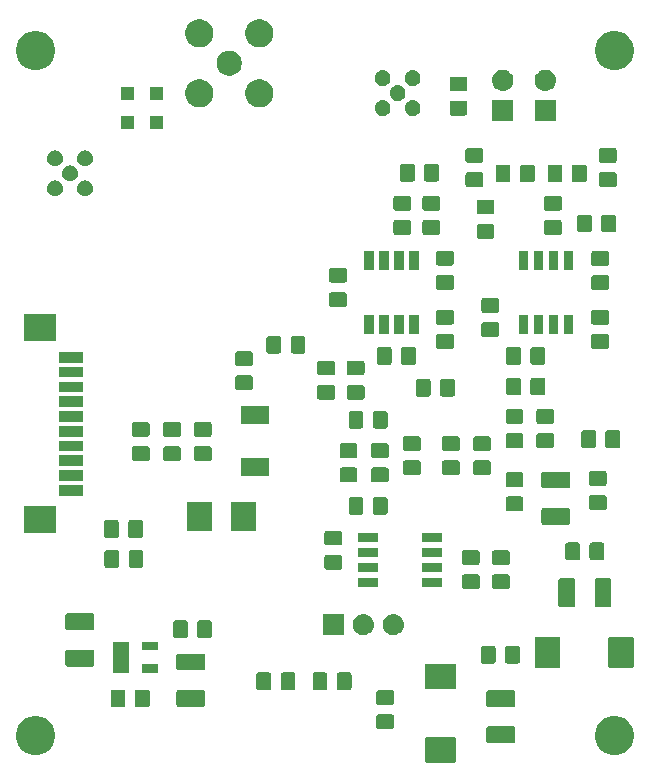
<source format=gbr>
G04 #@! TF.GenerationSoftware,KiCad,Pcbnew,5.0.1-33cea8e~68~ubuntu18.04.1*
G04 #@! TF.CreationDate,2018-11-04T18:35:11+03:00*
G04 #@! TF.ProjectId,AA-PI-Radio-Board,41412D50492D526164696F2D426F6172,rev?*
G04 #@! TF.SameCoordinates,Original*
G04 #@! TF.FileFunction,Soldermask,Top*
G04 #@! TF.FilePolarity,Negative*
%FSLAX46Y46*%
G04 Gerber Fmt 4.6, Leading zero omitted, Abs format (unit mm)*
G04 Created by KiCad (PCBNEW 5.0.1-33cea8e~68~ubuntu18.04.1) date Sun 04 Nov 2018 18:35:11 MSK*
%MOMM*%
%LPD*%
G01*
G04 APERTURE LIST*
%ADD10C,0.100000*%
G04 APERTURE END LIST*
D10*
G36*
X138990970Y-136628009D02*
X139022255Y-136637499D01*
X139051082Y-136652908D01*
X139076353Y-136673647D01*
X139097092Y-136698918D01*
X139112501Y-136727745D01*
X139121991Y-136759030D01*
X139125800Y-136797702D01*
X139125800Y-138627298D01*
X139121991Y-138665970D01*
X139112501Y-138697255D01*
X139097092Y-138726082D01*
X139076353Y-138751353D01*
X139051082Y-138772092D01*
X139022255Y-138787501D01*
X138990970Y-138796991D01*
X138952298Y-138800800D01*
X136647702Y-138800800D01*
X136609030Y-138796991D01*
X136577745Y-138787501D01*
X136548918Y-138772092D01*
X136523647Y-138751353D01*
X136502908Y-138726082D01*
X136487499Y-138697255D01*
X136478009Y-138665970D01*
X136474200Y-138627298D01*
X136474200Y-136797702D01*
X136478009Y-136759030D01*
X136487499Y-136727745D01*
X136502908Y-136698918D01*
X136523647Y-136673647D01*
X136548918Y-136652908D01*
X136577745Y-136637499D01*
X136609030Y-136628009D01*
X136647702Y-136624200D01*
X138952298Y-136624200D01*
X138990970Y-136628009D01*
X138990970Y-136628009D01*
G37*
G36*
X152742323Y-134865060D02*
X152981521Y-134912639D01*
X153281947Y-135037080D01*
X153552324Y-135217740D01*
X153782260Y-135447676D01*
X153962920Y-135718053D01*
X154087361Y-136018479D01*
X154150800Y-136337410D01*
X154150800Y-136662590D01*
X154087361Y-136981521D01*
X153962920Y-137281947D01*
X153782260Y-137552324D01*
X153552324Y-137782260D01*
X153281947Y-137962920D01*
X152981521Y-138087361D01*
X152742323Y-138134940D01*
X152662591Y-138150800D01*
X152337409Y-138150800D01*
X152257677Y-138134940D01*
X152018479Y-138087361D01*
X151718053Y-137962920D01*
X151447676Y-137782260D01*
X151217740Y-137552324D01*
X151037080Y-137281947D01*
X150912639Y-136981521D01*
X150849200Y-136662590D01*
X150849200Y-136337410D01*
X150912639Y-136018479D01*
X151037080Y-135718053D01*
X151217740Y-135447676D01*
X151447676Y-135217740D01*
X151718053Y-135037080D01*
X152018479Y-134912639D01*
X152257677Y-134865060D01*
X152337409Y-134849200D01*
X152662591Y-134849200D01*
X152742323Y-134865060D01*
X152742323Y-134865060D01*
G37*
G36*
X103742323Y-134865060D02*
X103981521Y-134912639D01*
X104281947Y-135037080D01*
X104552324Y-135217740D01*
X104782260Y-135447676D01*
X104962920Y-135718053D01*
X105087361Y-136018479D01*
X105150800Y-136337410D01*
X105150800Y-136662590D01*
X105087361Y-136981521D01*
X104962920Y-137281947D01*
X104782260Y-137552324D01*
X104552324Y-137782260D01*
X104281947Y-137962920D01*
X103981521Y-138087361D01*
X103742323Y-138134940D01*
X103662591Y-138150800D01*
X103337409Y-138150800D01*
X103257677Y-138134940D01*
X103018479Y-138087361D01*
X102718053Y-137962920D01*
X102447676Y-137782260D01*
X102217740Y-137552324D01*
X102037080Y-137281947D01*
X101912639Y-136981521D01*
X101849200Y-136662590D01*
X101849200Y-136337410D01*
X101912639Y-136018479D01*
X102037080Y-135718053D01*
X102217740Y-135447676D01*
X102447676Y-135217740D01*
X102718053Y-135037080D01*
X103018479Y-134912639D01*
X103257677Y-134865060D01*
X103337409Y-134849200D01*
X103662591Y-134849200D01*
X103742323Y-134865060D01*
X103742323Y-134865060D01*
G37*
G36*
X143971671Y-135728469D02*
X144007451Y-135739323D01*
X144040429Y-135756951D01*
X144069330Y-135780670D01*
X144093049Y-135809571D01*
X144110677Y-135842549D01*
X144121531Y-135878329D01*
X144125800Y-135921677D01*
X144125800Y-136953323D01*
X144121531Y-136996671D01*
X144110677Y-137032451D01*
X144093049Y-137065429D01*
X144069330Y-137094330D01*
X144040429Y-137118049D01*
X144007451Y-137135677D01*
X143971671Y-137146531D01*
X143928323Y-137150800D01*
X141871677Y-137150800D01*
X141828329Y-137146531D01*
X141792549Y-137135677D01*
X141759571Y-137118049D01*
X141730670Y-137094330D01*
X141706951Y-137065429D01*
X141689323Y-137032451D01*
X141678469Y-136996671D01*
X141674200Y-136953323D01*
X141674200Y-135921677D01*
X141678469Y-135878329D01*
X141689323Y-135842549D01*
X141706951Y-135809571D01*
X141730670Y-135780670D01*
X141759571Y-135756951D01*
X141792549Y-135739323D01*
X141828329Y-135728469D01*
X141871677Y-135724200D01*
X143928323Y-135724200D01*
X143971671Y-135728469D01*
X143971671Y-135728469D01*
G37*
G36*
X133688543Y-134703663D02*
X133726222Y-134715093D01*
X133760939Y-134733650D01*
X133791374Y-134758626D01*
X133816350Y-134789061D01*
X133834907Y-134823778D01*
X133846337Y-134861457D01*
X133850800Y-134906773D01*
X133850800Y-135743227D01*
X133846337Y-135788543D01*
X133834907Y-135826222D01*
X133816350Y-135860939D01*
X133791374Y-135891374D01*
X133760939Y-135916350D01*
X133726222Y-135934907D01*
X133688543Y-135946337D01*
X133643227Y-135950800D01*
X132556773Y-135950800D01*
X132511457Y-135946337D01*
X132473778Y-135934907D01*
X132439061Y-135916350D01*
X132408626Y-135891374D01*
X132383650Y-135860939D01*
X132365093Y-135826222D01*
X132353663Y-135788543D01*
X132349200Y-135743227D01*
X132349200Y-134906773D01*
X132353663Y-134861457D01*
X132365093Y-134823778D01*
X132383650Y-134789061D01*
X132408626Y-134758626D01*
X132439061Y-134733650D01*
X132473778Y-134715093D01*
X132511457Y-134703663D01*
X132556773Y-134699200D01*
X133643227Y-134699200D01*
X133688543Y-134703663D01*
X133688543Y-134703663D01*
G37*
G36*
X110938543Y-132603663D02*
X110976222Y-132615093D01*
X111010939Y-132633650D01*
X111041374Y-132658626D01*
X111066350Y-132689061D01*
X111084907Y-132723778D01*
X111096337Y-132761457D01*
X111100800Y-132806773D01*
X111100800Y-133893227D01*
X111096337Y-133938543D01*
X111084907Y-133976222D01*
X111066350Y-134010939D01*
X111041374Y-134041374D01*
X111010939Y-134066350D01*
X110976222Y-134084907D01*
X110938543Y-134096337D01*
X110893227Y-134100800D01*
X110056773Y-134100800D01*
X110011457Y-134096337D01*
X109973778Y-134084907D01*
X109939061Y-134066350D01*
X109908626Y-134041374D01*
X109883650Y-134010939D01*
X109865093Y-133976222D01*
X109853663Y-133938543D01*
X109849200Y-133893227D01*
X109849200Y-132806773D01*
X109853663Y-132761457D01*
X109865093Y-132723778D01*
X109883650Y-132689061D01*
X109908626Y-132658626D01*
X109939061Y-132633650D01*
X109973778Y-132615093D01*
X110011457Y-132603663D01*
X110056773Y-132599200D01*
X110893227Y-132599200D01*
X110938543Y-132603663D01*
X110938543Y-132603663D01*
G37*
G36*
X112988543Y-132603663D02*
X113026222Y-132615093D01*
X113060939Y-132633650D01*
X113091374Y-132658626D01*
X113116350Y-132689061D01*
X113134907Y-132723778D01*
X113146337Y-132761457D01*
X113150800Y-132806773D01*
X113150800Y-133893227D01*
X113146337Y-133938543D01*
X113134907Y-133976222D01*
X113116350Y-134010939D01*
X113091374Y-134041374D01*
X113060939Y-134066350D01*
X113026222Y-134084907D01*
X112988543Y-134096337D01*
X112943227Y-134100800D01*
X112106773Y-134100800D01*
X112061457Y-134096337D01*
X112023778Y-134084907D01*
X111989061Y-134066350D01*
X111958626Y-134041374D01*
X111933650Y-134010939D01*
X111915093Y-133976222D01*
X111903663Y-133938543D01*
X111899200Y-133893227D01*
X111899200Y-132806773D01*
X111903663Y-132761457D01*
X111915093Y-132723778D01*
X111933650Y-132689061D01*
X111958626Y-132658626D01*
X111989061Y-132633650D01*
X112023778Y-132615093D01*
X112061457Y-132603663D01*
X112106773Y-132599200D01*
X112943227Y-132599200D01*
X112988543Y-132603663D01*
X112988543Y-132603663D01*
G37*
G36*
X143971671Y-132653469D02*
X144007451Y-132664323D01*
X144040429Y-132681951D01*
X144069330Y-132705670D01*
X144093049Y-132734571D01*
X144110677Y-132767549D01*
X144121531Y-132803329D01*
X144125800Y-132846677D01*
X144125800Y-133878323D01*
X144121531Y-133921671D01*
X144110677Y-133957451D01*
X144093049Y-133990429D01*
X144069330Y-134019330D01*
X144040429Y-134043049D01*
X144007451Y-134060677D01*
X143971671Y-134071531D01*
X143928323Y-134075800D01*
X141871677Y-134075800D01*
X141828329Y-134071531D01*
X141792549Y-134060677D01*
X141759571Y-134043049D01*
X141730670Y-134019330D01*
X141706951Y-133990429D01*
X141689323Y-133957451D01*
X141678469Y-133921671D01*
X141674200Y-133878323D01*
X141674200Y-132846677D01*
X141678469Y-132803329D01*
X141689323Y-132767549D01*
X141706951Y-132734571D01*
X141730670Y-132705670D01*
X141759571Y-132681951D01*
X141792549Y-132664323D01*
X141828329Y-132653469D01*
X141871677Y-132649200D01*
X143928323Y-132649200D01*
X143971671Y-132653469D01*
X143971671Y-132653469D01*
G37*
G36*
X117721671Y-132628469D02*
X117757451Y-132639323D01*
X117790429Y-132656951D01*
X117819330Y-132680670D01*
X117843049Y-132709571D01*
X117860677Y-132742549D01*
X117871531Y-132778329D01*
X117875800Y-132821677D01*
X117875800Y-133853323D01*
X117871531Y-133896671D01*
X117860677Y-133932451D01*
X117843049Y-133965429D01*
X117819330Y-133994330D01*
X117790429Y-134018049D01*
X117757451Y-134035677D01*
X117721671Y-134046531D01*
X117678323Y-134050800D01*
X115621677Y-134050800D01*
X115578329Y-134046531D01*
X115542549Y-134035677D01*
X115509571Y-134018049D01*
X115480670Y-133994330D01*
X115456951Y-133965429D01*
X115439323Y-133932451D01*
X115428469Y-133896671D01*
X115424200Y-133853323D01*
X115424200Y-132821677D01*
X115428469Y-132778329D01*
X115439323Y-132742549D01*
X115456951Y-132709571D01*
X115480670Y-132680670D01*
X115509571Y-132656951D01*
X115542549Y-132639323D01*
X115578329Y-132628469D01*
X115621677Y-132624200D01*
X117678323Y-132624200D01*
X117721671Y-132628469D01*
X117721671Y-132628469D01*
G37*
G36*
X133688543Y-132653663D02*
X133726222Y-132665093D01*
X133760939Y-132683650D01*
X133791374Y-132708626D01*
X133816350Y-132739061D01*
X133834907Y-132773778D01*
X133846337Y-132811457D01*
X133850800Y-132856773D01*
X133850800Y-133693227D01*
X133846337Y-133738543D01*
X133834907Y-133776222D01*
X133816350Y-133810939D01*
X133791374Y-133841374D01*
X133760939Y-133866350D01*
X133726222Y-133884907D01*
X133688543Y-133896337D01*
X133643227Y-133900800D01*
X132556773Y-133900800D01*
X132511457Y-133896337D01*
X132473778Y-133884907D01*
X132439061Y-133866350D01*
X132408626Y-133841374D01*
X132383650Y-133810939D01*
X132365093Y-133776222D01*
X132353663Y-133738543D01*
X132349200Y-133693227D01*
X132349200Y-132856773D01*
X132353663Y-132811457D01*
X132365093Y-132773778D01*
X132383650Y-132739061D01*
X132408626Y-132708626D01*
X132439061Y-132683650D01*
X132473778Y-132665093D01*
X132511457Y-132653663D01*
X132556773Y-132649200D01*
X133643227Y-132649200D01*
X133688543Y-132653663D01*
X133688543Y-132653663D01*
G37*
G36*
X123288543Y-131153663D02*
X123326222Y-131165093D01*
X123360939Y-131183650D01*
X123391374Y-131208626D01*
X123416350Y-131239061D01*
X123434907Y-131273778D01*
X123446337Y-131311457D01*
X123450800Y-131356773D01*
X123450800Y-132443227D01*
X123446337Y-132488543D01*
X123434907Y-132526222D01*
X123416350Y-132560939D01*
X123391374Y-132591374D01*
X123360939Y-132616350D01*
X123326222Y-132634907D01*
X123288543Y-132646337D01*
X123243227Y-132650800D01*
X122406773Y-132650800D01*
X122361457Y-132646337D01*
X122323778Y-132634907D01*
X122289061Y-132616350D01*
X122258626Y-132591374D01*
X122233650Y-132560939D01*
X122215093Y-132526222D01*
X122203663Y-132488543D01*
X122199200Y-132443227D01*
X122199200Y-131356773D01*
X122203663Y-131311457D01*
X122215093Y-131273778D01*
X122233650Y-131239061D01*
X122258626Y-131208626D01*
X122289061Y-131183650D01*
X122323778Y-131165093D01*
X122361457Y-131153663D01*
X122406773Y-131149200D01*
X123243227Y-131149200D01*
X123288543Y-131153663D01*
X123288543Y-131153663D01*
G37*
G36*
X130088543Y-131153663D02*
X130126222Y-131165093D01*
X130160939Y-131183650D01*
X130191374Y-131208626D01*
X130216350Y-131239061D01*
X130234907Y-131273778D01*
X130246337Y-131311457D01*
X130250800Y-131356773D01*
X130250800Y-132443227D01*
X130246337Y-132488543D01*
X130234907Y-132526222D01*
X130216350Y-132560939D01*
X130191374Y-132591374D01*
X130160939Y-132616350D01*
X130126222Y-132634907D01*
X130088543Y-132646337D01*
X130043227Y-132650800D01*
X129206773Y-132650800D01*
X129161457Y-132646337D01*
X129123778Y-132634907D01*
X129089061Y-132616350D01*
X129058626Y-132591374D01*
X129033650Y-132560939D01*
X129015093Y-132526222D01*
X129003663Y-132488543D01*
X128999200Y-132443227D01*
X128999200Y-131356773D01*
X129003663Y-131311457D01*
X129015093Y-131273778D01*
X129033650Y-131239061D01*
X129058626Y-131208626D01*
X129089061Y-131183650D01*
X129123778Y-131165093D01*
X129161457Y-131153663D01*
X129206773Y-131149200D01*
X130043227Y-131149200D01*
X130088543Y-131153663D01*
X130088543Y-131153663D01*
G37*
G36*
X128038543Y-131153663D02*
X128076222Y-131165093D01*
X128110939Y-131183650D01*
X128141374Y-131208626D01*
X128166350Y-131239061D01*
X128184907Y-131273778D01*
X128196337Y-131311457D01*
X128200800Y-131356773D01*
X128200800Y-132443227D01*
X128196337Y-132488543D01*
X128184907Y-132526222D01*
X128166350Y-132560939D01*
X128141374Y-132591374D01*
X128110939Y-132616350D01*
X128076222Y-132634907D01*
X128038543Y-132646337D01*
X127993227Y-132650800D01*
X127156773Y-132650800D01*
X127111457Y-132646337D01*
X127073778Y-132634907D01*
X127039061Y-132616350D01*
X127008626Y-132591374D01*
X126983650Y-132560939D01*
X126965093Y-132526222D01*
X126953663Y-132488543D01*
X126949200Y-132443227D01*
X126949200Y-131356773D01*
X126953663Y-131311457D01*
X126965093Y-131273778D01*
X126983650Y-131239061D01*
X127008626Y-131208626D01*
X127039061Y-131183650D01*
X127073778Y-131165093D01*
X127111457Y-131153663D01*
X127156773Y-131149200D01*
X127993227Y-131149200D01*
X128038543Y-131153663D01*
X128038543Y-131153663D01*
G37*
G36*
X125338543Y-131153663D02*
X125376222Y-131165093D01*
X125410939Y-131183650D01*
X125441374Y-131208626D01*
X125466350Y-131239061D01*
X125484907Y-131273778D01*
X125496337Y-131311457D01*
X125500800Y-131356773D01*
X125500800Y-132443227D01*
X125496337Y-132488543D01*
X125484907Y-132526222D01*
X125466350Y-132560939D01*
X125441374Y-132591374D01*
X125410939Y-132616350D01*
X125376222Y-132634907D01*
X125338543Y-132646337D01*
X125293227Y-132650800D01*
X124456773Y-132650800D01*
X124411457Y-132646337D01*
X124373778Y-132634907D01*
X124339061Y-132616350D01*
X124308626Y-132591374D01*
X124283650Y-132560939D01*
X124265093Y-132526222D01*
X124253663Y-132488543D01*
X124249200Y-132443227D01*
X124249200Y-131356773D01*
X124253663Y-131311457D01*
X124265093Y-131273778D01*
X124283650Y-131239061D01*
X124308626Y-131208626D01*
X124339061Y-131183650D01*
X124373778Y-131165093D01*
X124411457Y-131153663D01*
X124456773Y-131149200D01*
X125293227Y-131149200D01*
X125338543Y-131153663D01*
X125338543Y-131153663D01*
G37*
G36*
X138990970Y-130403009D02*
X139022255Y-130412499D01*
X139051082Y-130427908D01*
X139076353Y-130448647D01*
X139097092Y-130473918D01*
X139112501Y-130502745D01*
X139121991Y-130534030D01*
X139125800Y-130572702D01*
X139125800Y-132402298D01*
X139121991Y-132440970D01*
X139112501Y-132472255D01*
X139097092Y-132501082D01*
X139076353Y-132526353D01*
X139051082Y-132547092D01*
X139022255Y-132562501D01*
X138990970Y-132571991D01*
X138952298Y-132575800D01*
X136647702Y-132575800D01*
X136609030Y-132571991D01*
X136577745Y-132562501D01*
X136548918Y-132547092D01*
X136523647Y-132526353D01*
X136502908Y-132501082D01*
X136487499Y-132472255D01*
X136478009Y-132440970D01*
X136474200Y-132402298D01*
X136474200Y-130572702D01*
X136478009Y-130534030D01*
X136487499Y-130502745D01*
X136502908Y-130473918D01*
X136523647Y-130448647D01*
X136548918Y-130427908D01*
X136577745Y-130412499D01*
X136609030Y-130403009D01*
X136647702Y-130399200D01*
X138952298Y-130399200D01*
X138990970Y-130403009D01*
X138990970Y-130403009D01*
G37*
G36*
X111375800Y-131165800D02*
X110024200Y-131165800D01*
X110024200Y-128534200D01*
X111375800Y-128534200D01*
X111375800Y-131165800D01*
X111375800Y-131165800D01*
G37*
G36*
X113875800Y-131165800D02*
X112524200Y-131165800D01*
X112524200Y-130414200D01*
X113875800Y-130414200D01*
X113875800Y-131165800D01*
X113875800Y-131165800D01*
G37*
G36*
X117721671Y-129553469D02*
X117757451Y-129564323D01*
X117790429Y-129581951D01*
X117819330Y-129605670D01*
X117843049Y-129634571D01*
X117860677Y-129667549D01*
X117871531Y-129703329D01*
X117875800Y-129746677D01*
X117875800Y-130778323D01*
X117871531Y-130821671D01*
X117860677Y-130857451D01*
X117843049Y-130890429D01*
X117819330Y-130919330D01*
X117790429Y-130943049D01*
X117757451Y-130960677D01*
X117721671Y-130971531D01*
X117678323Y-130975800D01*
X115621677Y-130975800D01*
X115578329Y-130971531D01*
X115542549Y-130960677D01*
X115509571Y-130943049D01*
X115480670Y-130919330D01*
X115456951Y-130890429D01*
X115439323Y-130857451D01*
X115428469Y-130821671D01*
X115424200Y-130778323D01*
X115424200Y-129746677D01*
X115428469Y-129703329D01*
X115439323Y-129667549D01*
X115456951Y-129634571D01*
X115480670Y-129605670D01*
X115509571Y-129581951D01*
X115542549Y-129564323D01*
X115578329Y-129553469D01*
X115621677Y-129549200D01*
X117678323Y-129549200D01*
X117721671Y-129553469D01*
X117721671Y-129553469D01*
G37*
G36*
X154015970Y-128128009D02*
X154047255Y-128137499D01*
X154076082Y-128152908D01*
X154101353Y-128173647D01*
X154122092Y-128198918D01*
X154137501Y-128227745D01*
X154146991Y-128259030D01*
X154150800Y-128297702D01*
X154150800Y-130602298D01*
X154146991Y-130640970D01*
X154137501Y-130672255D01*
X154122092Y-130701082D01*
X154101353Y-130726353D01*
X154076082Y-130747092D01*
X154047255Y-130762501D01*
X154015970Y-130771991D01*
X153977298Y-130775800D01*
X152147702Y-130775800D01*
X152109030Y-130771991D01*
X152077745Y-130762501D01*
X152048918Y-130747092D01*
X152023647Y-130726353D01*
X152002908Y-130701082D01*
X151987499Y-130672255D01*
X151978009Y-130640970D01*
X151974200Y-130602298D01*
X151974200Y-128297702D01*
X151978009Y-128259030D01*
X151987499Y-128227745D01*
X152002908Y-128198918D01*
X152023647Y-128173647D01*
X152048918Y-128152908D01*
X152077745Y-128137499D01*
X152109030Y-128128009D01*
X152147702Y-128124200D01*
X153977298Y-128124200D01*
X154015970Y-128128009D01*
X154015970Y-128128009D01*
G37*
G36*
X147790970Y-128128009D02*
X147822255Y-128137499D01*
X147851082Y-128152908D01*
X147876353Y-128173647D01*
X147897092Y-128198918D01*
X147912501Y-128227745D01*
X147921991Y-128259030D01*
X147925800Y-128297702D01*
X147925800Y-130602298D01*
X147921991Y-130640970D01*
X147912501Y-130672255D01*
X147897092Y-130701082D01*
X147876353Y-130726353D01*
X147851082Y-130747092D01*
X147822255Y-130762501D01*
X147790970Y-130771991D01*
X147752298Y-130775800D01*
X145922702Y-130775800D01*
X145884030Y-130771991D01*
X145852745Y-130762501D01*
X145823918Y-130747092D01*
X145798647Y-130726353D01*
X145777908Y-130701082D01*
X145762499Y-130672255D01*
X145753009Y-130640970D01*
X145749200Y-130602298D01*
X145749200Y-128297702D01*
X145753009Y-128259030D01*
X145762499Y-128227745D01*
X145777908Y-128198918D01*
X145798647Y-128173647D01*
X145823918Y-128152908D01*
X145852745Y-128137499D01*
X145884030Y-128128009D01*
X145922702Y-128124200D01*
X147752298Y-128124200D01*
X147790970Y-128128009D01*
X147790970Y-128128009D01*
G37*
G36*
X108321671Y-129228469D02*
X108357451Y-129239323D01*
X108390429Y-129256951D01*
X108419330Y-129280670D01*
X108443049Y-129309571D01*
X108460677Y-129342549D01*
X108471531Y-129378329D01*
X108475800Y-129421677D01*
X108475800Y-130453323D01*
X108471531Y-130496671D01*
X108460677Y-130532451D01*
X108443049Y-130565429D01*
X108419330Y-130594330D01*
X108390429Y-130618049D01*
X108357451Y-130635677D01*
X108321671Y-130646531D01*
X108278323Y-130650800D01*
X106221677Y-130650800D01*
X106178329Y-130646531D01*
X106142549Y-130635677D01*
X106109571Y-130618049D01*
X106080670Y-130594330D01*
X106056951Y-130565429D01*
X106039323Y-130532451D01*
X106028469Y-130496671D01*
X106024200Y-130453323D01*
X106024200Y-129421677D01*
X106028469Y-129378329D01*
X106039323Y-129342549D01*
X106056951Y-129309571D01*
X106080670Y-129280670D01*
X106109571Y-129256951D01*
X106142549Y-129239323D01*
X106178329Y-129228469D01*
X106221677Y-129224200D01*
X108278323Y-129224200D01*
X108321671Y-129228469D01*
X108321671Y-129228469D01*
G37*
G36*
X142288543Y-128903663D02*
X142326222Y-128915093D01*
X142360939Y-128933650D01*
X142391374Y-128958626D01*
X142416350Y-128989061D01*
X142434907Y-129023778D01*
X142446337Y-129061457D01*
X142450800Y-129106773D01*
X142450800Y-130193227D01*
X142446337Y-130238543D01*
X142434907Y-130276222D01*
X142416350Y-130310939D01*
X142391374Y-130341374D01*
X142360939Y-130366350D01*
X142326222Y-130384907D01*
X142288543Y-130396337D01*
X142243227Y-130400800D01*
X141406773Y-130400800D01*
X141361457Y-130396337D01*
X141323778Y-130384907D01*
X141289061Y-130366350D01*
X141258626Y-130341374D01*
X141233650Y-130310939D01*
X141215093Y-130276222D01*
X141203663Y-130238543D01*
X141199200Y-130193227D01*
X141199200Y-129106773D01*
X141203663Y-129061457D01*
X141215093Y-129023778D01*
X141233650Y-128989061D01*
X141258626Y-128958626D01*
X141289061Y-128933650D01*
X141323778Y-128915093D01*
X141361457Y-128903663D01*
X141406773Y-128899200D01*
X142243227Y-128899200D01*
X142288543Y-128903663D01*
X142288543Y-128903663D01*
G37*
G36*
X144338543Y-128903663D02*
X144376222Y-128915093D01*
X144410939Y-128933650D01*
X144441374Y-128958626D01*
X144466350Y-128989061D01*
X144484907Y-129023778D01*
X144496337Y-129061457D01*
X144500800Y-129106773D01*
X144500800Y-130193227D01*
X144496337Y-130238543D01*
X144484907Y-130276222D01*
X144466350Y-130310939D01*
X144441374Y-130341374D01*
X144410939Y-130366350D01*
X144376222Y-130384907D01*
X144338543Y-130396337D01*
X144293227Y-130400800D01*
X143456773Y-130400800D01*
X143411457Y-130396337D01*
X143373778Y-130384907D01*
X143339061Y-130366350D01*
X143308626Y-130341374D01*
X143283650Y-130310939D01*
X143265093Y-130276222D01*
X143253663Y-130238543D01*
X143249200Y-130193227D01*
X143249200Y-129106773D01*
X143253663Y-129061457D01*
X143265093Y-129023778D01*
X143283650Y-128989061D01*
X143308626Y-128958626D01*
X143339061Y-128933650D01*
X143373778Y-128915093D01*
X143411457Y-128903663D01*
X143456773Y-128899200D01*
X144293227Y-128899200D01*
X144338543Y-128903663D01*
X144338543Y-128903663D01*
G37*
G36*
X113875800Y-129285800D02*
X112524200Y-129285800D01*
X112524200Y-128534200D01*
X113875800Y-128534200D01*
X113875800Y-129285800D01*
X113875800Y-129285800D01*
G37*
G36*
X116238543Y-126753663D02*
X116276222Y-126765093D01*
X116310939Y-126783650D01*
X116341374Y-126808626D01*
X116366350Y-126839061D01*
X116384907Y-126873778D01*
X116396337Y-126911457D01*
X116400800Y-126956773D01*
X116400800Y-128043227D01*
X116396337Y-128088543D01*
X116384907Y-128126222D01*
X116366350Y-128160939D01*
X116341374Y-128191374D01*
X116310939Y-128216350D01*
X116276222Y-128234907D01*
X116238543Y-128246337D01*
X116193227Y-128250800D01*
X115356773Y-128250800D01*
X115311457Y-128246337D01*
X115273778Y-128234907D01*
X115239061Y-128216350D01*
X115208626Y-128191374D01*
X115183650Y-128160939D01*
X115165093Y-128126222D01*
X115153663Y-128088543D01*
X115149200Y-128043227D01*
X115149200Y-126956773D01*
X115153663Y-126911457D01*
X115165093Y-126873778D01*
X115183650Y-126839061D01*
X115208626Y-126808626D01*
X115239061Y-126783650D01*
X115273778Y-126765093D01*
X115311457Y-126753663D01*
X115356773Y-126749200D01*
X116193227Y-126749200D01*
X116238543Y-126753663D01*
X116238543Y-126753663D01*
G37*
G36*
X118288543Y-126753663D02*
X118326222Y-126765093D01*
X118360939Y-126783650D01*
X118391374Y-126808626D01*
X118416350Y-126839061D01*
X118434907Y-126873778D01*
X118446337Y-126911457D01*
X118450800Y-126956773D01*
X118450800Y-128043227D01*
X118446337Y-128088543D01*
X118434907Y-128126222D01*
X118416350Y-128160939D01*
X118391374Y-128191374D01*
X118360939Y-128216350D01*
X118326222Y-128234907D01*
X118288543Y-128246337D01*
X118243227Y-128250800D01*
X117406773Y-128250800D01*
X117361457Y-128246337D01*
X117323778Y-128234907D01*
X117289061Y-128216350D01*
X117258626Y-128191374D01*
X117233650Y-128160939D01*
X117215093Y-128126222D01*
X117203663Y-128088543D01*
X117199200Y-128043227D01*
X117199200Y-126956773D01*
X117203663Y-126911457D01*
X117215093Y-126873778D01*
X117233650Y-126839061D01*
X117258626Y-126808626D01*
X117289061Y-126783650D01*
X117323778Y-126765093D01*
X117361457Y-126753663D01*
X117406773Y-126749200D01*
X118243227Y-126749200D01*
X118288543Y-126753663D01*
X118288543Y-126753663D01*
G37*
G36*
X133868362Y-126203545D02*
X133956588Y-126212234D01*
X134069789Y-126246573D01*
X134126390Y-126263743D01*
X134200449Y-126303329D01*
X134282879Y-126347389D01*
X134305382Y-126365857D01*
X134420044Y-126459956D01*
X134503288Y-126561391D01*
X134532611Y-126597121D01*
X134532612Y-126597123D01*
X134616257Y-126753610D01*
X134616257Y-126753611D01*
X134667766Y-126923412D01*
X134685158Y-127100000D01*
X134667766Y-127276588D01*
X134658652Y-127306631D01*
X134616257Y-127446390D01*
X134592717Y-127490429D01*
X134532611Y-127602879D01*
X134503288Y-127638609D01*
X134420044Y-127740044D01*
X134318609Y-127823288D01*
X134282879Y-127852611D01*
X134282877Y-127852612D01*
X134126390Y-127936257D01*
X134069789Y-127953427D01*
X133956588Y-127987766D01*
X133868362Y-127996455D01*
X133824250Y-128000800D01*
X133735750Y-128000800D01*
X133691638Y-127996455D01*
X133603412Y-127987766D01*
X133490211Y-127953427D01*
X133433610Y-127936257D01*
X133277123Y-127852612D01*
X133277121Y-127852611D01*
X133241391Y-127823288D01*
X133139956Y-127740044D01*
X133056712Y-127638609D01*
X133027389Y-127602879D01*
X132967283Y-127490429D01*
X132943743Y-127446390D01*
X132901348Y-127306631D01*
X132892234Y-127276588D01*
X132874842Y-127100000D01*
X132892234Y-126923412D01*
X132943743Y-126753611D01*
X132943743Y-126753610D01*
X133027388Y-126597123D01*
X133027389Y-126597121D01*
X133056712Y-126561391D01*
X133139956Y-126459956D01*
X133254618Y-126365857D01*
X133277121Y-126347389D01*
X133359551Y-126303329D01*
X133433610Y-126263743D01*
X133490211Y-126246573D01*
X133603412Y-126212234D01*
X133691638Y-126203545D01*
X133735750Y-126199200D01*
X133824250Y-126199200D01*
X133868362Y-126203545D01*
X133868362Y-126203545D01*
G37*
G36*
X129600800Y-128000800D02*
X127799200Y-128000800D01*
X127799200Y-126199200D01*
X129600800Y-126199200D01*
X129600800Y-128000800D01*
X129600800Y-128000800D01*
G37*
G36*
X131328362Y-126203545D02*
X131416588Y-126212234D01*
X131529789Y-126246573D01*
X131586390Y-126263743D01*
X131660449Y-126303329D01*
X131742879Y-126347389D01*
X131765382Y-126365857D01*
X131880044Y-126459956D01*
X131963288Y-126561391D01*
X131992611Y-126597121D01*
X131992612Y-126597123D01*
X132076257Y-126753610D01*
X132076257Y-126753611D01*
X132127766Y-126923412D01*
X132145158Y-127100000D01*
X132127766Y-127276588D01*
X132118652Y-127306631D01*
X132076257Y-127446390D01*
X132052717Y-127490429D01*
X131992611Y-127602879D01*
X131963288Y-127638609D01*
X131880044Y-127740044D01*
X131778609Y-127823288D01*
X131742879Y-127852611D01*
X131742877Y-127852612D01*
X131586390Y-127936257D01*
X131529789Y-127953427D01*
X131416588Y-127987766D01*
X131328362Y-127996455D01*
X131284250Y-128000800D01*
X131195750Y-128000800D01*
X131151638Y-127996455D01*
X131063412Y-127987766D01*
X130950211Y-127953427D01*
X130893610Y-127936257D01*
X130737123Y-127852612D01*
X130737121Y-127852611D01*
X130701391Y-127823288D01*
X130599956Y-127740044D01*
X130516712Y-127638609D01*
X130487389Y-127602879D01*
X130427283Y-127490429D01*
X130403743Y-127446390D01*
X130361348Y-127306631D01*
X130352234Y-127276588D01*
X130334842Y-127100000D01*
X130352234Y-126923412D01*
X130403743Y-126753611D01*
X130403743Y-126753610D01*
X130487388Y-126597123D01*
X130487389Y-126597121D01*
X130516712Y-126561391D01*
X130599956Y-126459956D01*
X130714618Y-126365857D01*
X130737121Y-126347389D01*
X130819551Y-126303329D01*
X130893610Y-126263743D01*
X130950211Y-126246573D01*
X131063412Y-126212234D01*
X131151638Y-126203545D01*
X131195750Y-126199200D01*
X131284250Y-126199200D01*
X131328362Y-126203545D01*
X131328362Y-126203545D01*
G37*
G36*
X108321671Y-126153469D02*
X108357451Y-126164323D01*
X108390429Y-126181951D01*
X108419330Y-126205670D01*
X108443049Y-126234571D01*
X108460677Y-126267549D01*
X108471531Y-126303329D01*
X108475800Y-126346677D01*
X108475800Y-127378323D01*
X108471531Y-127421671D01*
X108460677Y-127457451D01*
X108443049Y-127490429D01*
X108419330Y-127519330D01*
X108390429Y-127543049D01*
X108357451Y-127560677D01*
X108321671Y-127571531D01*
X108278323Y-127575800D01*
X106221677Y-127575800D01*
X106178329Y-127571531D01*
X106142549Y-127560677D01*
X106109571Y-127543049D01*
X106080670Y-127519330D01*
X106056951Y-127490429D01*
X106039323Y-127457451D01*
X106028469Y-127421671D01*
X106024200Y-127378323D01*
X106024200Y-126346677D01*
X106028469Y-126303329D01*
X106039323Y-126267549D01*
X106056951Y-126234571D01*
X106080670Y-126205670D01*
X106109571Y-126181951D01*
X106142549Y-126164323D01*
X106178329Y-126153469D01*
X106221677Y-126149200D01*
X108278323Y-126149200D01*
X108321671Y-126153469D01*
X108321671Y-126153469D01*
G37*
G36*
X149021671Y-123178469D02*
X149057451Y-123189323D01*
X149090429Y-123206951D01*
X149119330Y-123230670D01*
X149143049Y-123259571D01*
X149160677Y-123292549D01*
X149171531Y-123328329D01*
X149175800Y-123371677D01*
X149175800Y-125428323D01*
X149171531Y-125471671D01*
X149160677Y-125507451D01*
X149143049Y-125540429D01*
X149119330Y-125569330D01*
X149090429Y-125593049D01*
X149057451Y-125610677D01*
X149021671Y-125621531D01*
X148978323Y-125625800D01*
X147946677Y-125625800D01*
X147903329Y-125621531D01*
X147867549Y-125610677D01*
X147834571Y-125593049D01*
X147805670Y-125569330D01*
X147781951Y-125540429D01*
X147764323Y-125507451D01*
X147753469Y-125471671D01*
X147749200Y-125428323D01*
X147749200Y-123371677D01*
X147753469Y-123328329D01*
X147764323Y-123292549D01*
X147781951Y-123259571D01*
X147805670Y-123230670D01*
X147834571Y-123206951D01*
X147867549Y-123189323D01*
X147903329Y-123178469D01*
X147946677Y-123174200D01*
X148978323Y-123174200D01*
X149021671Y-123178469D01*
X149021671Y-123178469D01*
G37*
G36*
X152096671Y-123178469D02*
X152132451Y-123189323D01*
X152165429Y-123206951D01*
X152194330Y-123230670D01*
X152218049Y-123259571D01*
X152235677Y-123292549D01*
X152246531Y-123328329D01*
X152250800Y-123371677D01*
X152250800Y-125428323D01*
X152246531Y-125471671D01*
X152235677Y-125507451D01*
X152218049Y-125540429D01*
X152194330Y-125569330D01*
X152165429Y-125593049D01*
X152132451Y-125610677D01*
X152096671Y-125621531D01*
X152053323Y-125625800D01*
X151021677Y-125625800D01*
X150978329Y-125621531D01*
X150942549Y-125610677D01*
X150909571Y-125593049D01*
X150880670Y-125569330D01*
X150856951Y-125540429D01*
X150839323Y-125507451D01*
X150828469Y-125471671D01*
X150824200Y-125428323D01*
X150824200Y-123371677D01*
X150828469Y-123328329D01*
X150839323Y-123292549D01*
X150856951Y-123259571D01*
X150880670Y-123230670D01*
X150909571Y-123206951D01*
X150942549Y-123189323D01*
X150978329Y-123178469D01*
X151021677Y-123174200D01*
X152053323Y-123174200D01*
X152096671Y-123178469D01*
X152096671Y-123178469D01*
G37*
G36*
X140938543Y-122853663D02*
X140976222Y-122865093D01*
X141010939Y-122883650D01*
X141041374Y-122908626D01*
X141066350Y-122939061D01*
X141084907Y-122973778D01*
X141096337Y-123011457D01*
X141100800Y-123056773D01*
X141100800Y-123893227D01*
X141096337Y-123938543D01*
X141084907Y-123976222D01*
X141066350Y-124010939D01*
X141041374Y-124041374D01*
X141010939Y-124066350D01*
X140976222Y-124084907D01*
X140938543Y-124096337D01*
X140893227Y-124100800D01*
X139806773Y-124100800D01*
X139761457Y-124096337D01*
X139723778Y-124084907D01*
X139689061Y-124066350D01*
X139658626Y-124041374D01*
X139633650Y-124010939D01*
X139615093Y-123976222D01*
X139603663Y-123938543D01*
X139599200Y-123893227D01*
X139599200Y-123056773D01*
X139603663Y-123011457D01*
X139615093Y-122973778D01*
X139633650Y-122939061D01*
X139658626Y-122908626D01*
X139689061Y-122883650D01*
X139723778Y-122865093D01*
X139761457Y-122853663D01*
X139806773Y-122849200D01*
X140893227Y-122849200D01*
X140938543Y-122853663D01*
X140938543Y-122853663D01*
G37*
G36*
X143488543Y-122853663D02*
X143526222Y-122865093D01*
X143560939Y-122883650D01*
X143591374Y-122908626D01*
X143616350Y-122939061D01*
X143634907Y-122973778D01*
X143646337Y-123011457D01*
X143650800Y-123056773D01*
X143650800Y-123893227D01*
X143646337Y-123938543D01*
X143634907Y-123976222D01*
X143616350Y-124010939D01*
X143591374Y-124041374D01*
X143560939Y-124066350D01*
X143526222Y-124084907D01*
X143488543Y-124096337D01*
X143443227Y-124100800D01*
X142356773Y-124100800D01*
X142311457Y-124096337D01*
X142273778Y-124084907D01*
X142239061Y-124066350D01*
X142208626Y-124041374D01*
X142183650Y-124010939D01*
X142165093Y-123976222D01*
X142153663Y-123938543D01*
X142149200Y-123893227D01*
X142149200Y-123056773D01*
X142153663Y-123011457D01*
X142165093Y-122973778D01*
X142183650Y-122939061D01*
X142208626Y-122908626D01*
X142239061Y-122883650D01*
X142273778Y-122865093D01*
X142311457Y-122853663D01*
X142356773Y-122849200D01*
X143443227Y-122849200D01*
X143488543Y-122853663D01*
X143488543Y-122853663D01*
G37*
G36*
X137875300Y-123955800D02*
X136248700Y-123955800D01*
X136248700Y-123154200D01*
X137875300Y-123154200D01*
X137875300Y-123955800D01*
X137875300Y-123955800D01*
G37*
G36*
X132451300Y-123955800D02*
X130824700Y-123955800D01*
X130824700Y-123154200D01*
X132451300Y-123154200D01*
X132451300Y-123955800D01*
X132451300Y-123955800D01*
G37*
G36*
X132451300Y-122685800D02*
X130824700Y-122685800D01*
X130824700Y-121884200D01*
X132451300Y-121884200D01*
X132451300Y-122685800D01*
X132451300Y-122685800D01*
G37*
G36*
X137875300Y-122685800D02*
X136248700Y-122685800D01*
X136248700Y-121884200D01*
X137875300Y-121884200D01*
X137875300Y-122685800D01*
X137875300Y-122685800D01*
G37*
G36*
X129288543Y-121203663D02*
X129326222Y-121215093D01*
X129360939Y-121233650D01*
X129391374Y-121258626D01*
X129416350Y-121289061D01*
X129434907Y-121323778D01*
X129446337Y-121361457D01*
X129450800Y-121406773D01*
X129450800Y-122243227D01*
X129446337Y-122288543D01*
X129434907Y-122326222D01*
X129416350Y-122360939D01*
X129391374Y-122391374D01*
X129360939Y-122416350D01*
X129326222Y-122434907D01*
X129288543Y-122446337D01*
X129243227Y-122450800D01*
X128156773Y-122450800D01*
X128111457Y-122446337D01*
X128073778Y-122434907D01*
X128039061Y-122416350D01*
X128008626Y-122391374D01*
X127983650Y-122360939D01*
X127965093Y-122326222D01*
X127953663Y-122288543D01*
X127949200Y-122243227D01*
X127949200Y-121406773D01*
X127953663Y-121361457D01*
X127965093Y-121323778D01*
X127983650Y-121289061D01*
X128008626Y-121258626D01*
X128039061Y-121233650D01*
X128073778Y-121215093D01*
X128111457Y-121203663D01*
X128156773Y-121199200D01*
X129243227Y-121199200D01*
X129288543Y-121203663D01*
X129288543Y-121203663D01*
G37*
G36*
X110413543Y-120803663D02*
X110451222Y-120815093D01*
X110485939Y-120833650D01*
X110516374Y-120858626D01*
X110541350Y-120889061D01*
X110559907Y-120923778D01*
X110571337Y-120961457D01*
X110575800Y-121006773D01*
X110575800Y-122093227D01*
X110571337Y-122138543D01*
X110559907Y-122176222D01*
X110541350Y-122210939D01*
X110516374Y-122241374D01*
X110485939Y-122266350D01*
X110451222Y-122284907D01*
X110413543Y-122296337D01*
X110368227Y-122300800D01*
X109531773Y-122300800D01*
X109486457Y-122296337D01*
X109448778Y-122284907D01*
X109414061Y-122266350D01*
X109383626Y-122241374D01*
X109358650Y-122210939D01*
X109340093Y-122176222D01*
X109328663Y-122138543D01*
X109324200Y-122093227D01*
X109324200Y-121006773D01*
X109328663Y-120961457D01*
X109340093Y-120923778D01*
X109358650Y-120889061D01*
X109383626Y-120858626D01*
X109414061Y-120833650D01*
X109448778Y-120815093D01*
X109486457Y-120803663D01*
X109531773Y-120799200D01*
X110368227Y-120799200D01*
X110413543Y-120803663D01*
X110413543Y-120803663D01*
G37*
G36*
X112463543Y-120803663D02*
X112501222Y-120815093D01*
X112535939Y-120833650D01*
X112566374Y-120858626D01*
X112591350Y-120889061D01*
X112609907Y-120923778D01*
X112621337Y-120961457D01*
X112625800Y-121006773D01*
X112625800Y-122093227D01*
X112621337Y-122138543D01*
X112609907Y-122176222D01*
X112591350Y-122210939D01*
X112566374Y-122241374D01*
X112535939Y-122266350D01*
X112501222Y-122284907D01*
X112463543Y-122296337D01*
X112418227Y-122300800D01*
X111581773Y-122300800D01*
X111536457Y-122296337D01*
X111498778Y-122284907D01*
X111464061Y-122266350D01*
X111433626Y-122241374D01*
X111408650Y-122210939D01*
X111390093Y-122176222D01*
X111378663Y-122138543D01*
X111374200Y-122093227D01*
X111374200Y-121006773D01*
X111378663Y-120961457D01*
X111390093Y-120923778D01*
X111408650Y-120889061D01*
X111433626Y-120858626D01*
X111464061Y-120833650D01*
X111498778Y-120815093D01*
X111536457Y-120803663D01*
X111581773Y-120799200D01*
X112418227Y-120799200D01*
X112463543Y-120803663D01*
X112463543Y-120803663D01*
G37*
G36*
X143488543Y-120803663D02*
X143526222Y-120815093D01*
X143560939Y-120833650D01*
X143591374Y-120858626D01*
X143616350Y-120889061D01*
X143634907Y-120923778D01*
X143646337Y-120961457D01*
X143650800Y-121006773D01*
X143650800Y-121843227D01*
X143646337Y-121888543D01*
X143634907Y-121926222D01*
X143616350Y-121960939D01*
X143591374Y-121991374D01*
X143560939Y-122016350D01*
X143526222Y-122034907D01*
X143488543Y-122046337D01*
X143443227Y-122050800D01*
X142356773Y-122050800D01*
X142311457Y-122046337D01*
X142273778Y-122034907D01*
X142239061Y-122016350D01*
X142208626Y-121991374D01*
X142183650Y-121960939D01*
X142165093Y-121926222D01*
X142153663Y-121888543D01*
X142149200Y-121843227D01*
X142149200Y-121006773D01*
X142153663Y-120961457D01*
X142165093Y-120923778D01*
X142183650Y-120889061D01*
X142208626Y-120858626D01*
X142239061Y-120833650D01*
X142273778Y-120815093D01*
X142311457Y-120803663D01*
X142356773Y-120799200D01*
X143443227Y-120799200D01*
X143488543Y-120803663D01*
X143488543Y-120803663D01*
G37*
G36*
X140938543Y-120803663D02*
X140976222Y-120815093D01*
X141010939Y-120833650D01*
X141041374Y-120858626D01*
X141066350Y-120889061D01*
X141084907Y-120923778D01*
X141096337Y-120961457D01*
X141100800Y-121006773D01*
X141100800Y-121843227D01*
X141096337Y-121888543D01*
X141084907Y-121926222D01*
X141066350Y-121960939D01*
X141041374Y-121991374D01*
X141010939Y-122016350D01*
X140976222Y-122034907D01*
X140938543Y-122046337D01*
X140893227Y-122050800D01*
X139806773Y-122050800D01*
X139761457Y-122046337D01*
X139723778Y-122034907D01*
X139689061Y-122016350D01*
X139658626Y-121991374D01*
X139633650Y-121960939D01*
X139615093Y-121926222D01*
X139603663Y-121888543D01*
X139599200Y-121843227D01*
X139599200Y-121006773D01*
X139603663Y-120961457D01*
X139615093Y-120923778D01*
X139633650Y-120889061D01*
X139658626Y-120858626D01*
X139689061Y-120833650D01*
X139723778Y-120815093D01*
X139761457Y-120803663D01*
X139806773Y-120799200D01*
X140893227Y-120799200D01*
X140938543Y-120803663D01*
X140938543Y-120803663D01*
G37*
G36*
X149438543Y-120153663D02*
X149476222Y-120165093D01*
X149510939Y-120183650D01*
X149541374Y-120208626D01*
X149566350Y-120239061D01*
X149584907Y-120273778D01*
X149596337Y-120311457D01*
X149600800Y-120356773D01*
X149600800Y-121443227D01*
X149596337Y-121488543D01*
X149584907Y-121526222D01*
X149566350Y-121560939D01*
X149541374Y-121591374D01*
X149510939Y-121616350D01*
X149476222Y-121634907D01*
X149438543Y-121646337D01*
X149393227Y-121650800D01*
X148556773Y-121650800D01*
X148511457Y-121646337D01*
X148473778Y-121634907D01*
X148439061Y-121616350D01*
X148408626Y-121591374D01*
X148383650Y-121560939D01*
X148365093Y-121526222D01*
X148353663Y-121488543D01*
X148349200Y-121443227D01*
X148349200Y-120356773D01*
X148353663Y-120311457D01*
X148365093Y-120273778D01*
X148383650Y-120239061D01*
X148408626Y-120208626D01*
X148439061Y-120183650D01*
X148473778Y-120165093D01*
X148511457Y-120153663D01*
X148556773Y-120149200D01*
X149393227Y-120149200D01*
X149438543Y-120153663D01*
X149438543Y-120153663D01*
G37*
G36*
X151488543Y-120153663D02*
X151526222Y-120165093D01*
X151560939Y-120183650D01*
X151591374Y-120208626D01*
X151616350Y-120239061D01*
X151634907Y-120273778D01*
X151646337Y-120311457D01*
X151650800Y-120356773D01*
X151650800Y-121443227D01*
X151646337Y-121488543D01*
X151634907Y-121526222D01*
X151616350Y-121560939D01*
X151591374Y-121591374D01*
X151560939Y-121616350D01*
X151526222Y-121634907D01*
X151488543Y-121646337D01*
X151443227Y-121650800D01*
X150606773Y-121650800D01*
X150561457Y-121646337D01*
X150523778Y-121634907D01*
X150489061Y-121616350D01*
X150458626Y-121591374D01*
X150433650Y-121560939D01*
X150415093Y-121526222D01*
X150403663Y-121488543D01*
X150399200Y-121443227D01*
X150399200Y-120356773D01*
X150403663Y-120311457D01*
X150415093Y-120273778D01*
X150433650Y-120239061D01*
X150458626Y-120208626D01*
X150489061Y-120183650D01*
X150523778Y-120165093D01*
X150561457Y-120153663D01*
X150606773Y-120149200D01*
X151443227Y-120149200D01*
X151488543Y-120153663D01*
X151488543Y-120153663D01*
G37*
G36*
X137875300Y-121415800D02*
X136248700Y-121415800D01*
X136248700Y-120614200D01*
X137875300Y-120614200D01*
X137875300Y-121415800D01*
X137875300Y-121415800D01*
G37*
G36*
X132451300Y-121415800D02*
X130824700Y-121415800D01*
X130824700Y-120614200D01*
X132451300Y-120614200D01*
X132451300Y-121415800D01*
X132451300Y-121415800D01*
G37*
G36*
X129288543Y-119153663D02*
X129326222Y-119165093D01*
X129360939Y-119183650D01*
X129391374Y-119208626D01*
X129416350Y-119239061D01*
X129434907Y-119273778D01*
X129446337Y-119311457D01*
X129450800Y-119356773D01*
X129450800Y-120193227D01*
X129446337Y-120238543D01*
X129434907Y-120276222D01*
X129416350Y-120310939D01*
X129391374Y-120341374D01*
X129360939Y-120366350D01*
X129326222Y-120384907D01*
X129288543Y-120396337D01*
X129243227Y-120400800D01*
X128156773Y-120400800D01*
X128111457Y-120396337D01*
X128073778Y-120384907D01*
X128039061Y-120366350D01*
X128008626Y-120341374D01*
X127983650Y-120310939D01*
X127965093Y-120276222D01*
X127953663Y-120238543D01*
X127949200Y-120193227D01*
X127949200Y-119356773D01*
X127953663Y-119311457D01*
X127965093Y-119273778D01*
X127983650Y-119239061D01*
X128008626Y-119208626D01*
X128039061Y-119183650D01*
X128073778Y-119165093D01*
X128111457Y-119153663D01*
X128156773Y-119149200D01*
X129243227Y-119149200D01*
X129288543Y-119153663D01*
X129288543Y-119153663D01*
G37*
G36*
X137875300Y-120145800D02*
X136248700Y-120145800D01*
X136248700Y-119344200D01*
X137875300Y-119344200D01*
X137875300Y-120145800D01*
X137875300Y-120145800D01*
G37*
G36*
X132451300Y-120145800D02*
X130824700Y-120145800D01*
X130824700Y-119344200D01*
X132451300Y-119344200D01*
X132451300Y-120145800D01*
X132451300Y-120145800D01*
G37*
G36*
X112438543Y-118253663D02*
X112476222Y-118265093D01*
X112510939Y-118283650D01*
X112541374Y-118308626D01*
X112566350Y-118339061D01*
X112584907Y-118373778D01*
X112596337Y-118411457D01*
X112600800Y-118456773D01*
X112600800Y-119543227D01*
X112596337Y-119588543D01*
X112584907Y-119626222D01*
X112566350Y-119660939D01*
X112541374Y-119691374D01*
X112510939Y-119716350D01*
X112476222Y-119734907D01*
X112438543Y-119746337D01*
X112393227Y-119750800D01*
X111556773Y-119750800D01*
X111511457Y-119746337D01*
X111473778Y-119734907D01*
X111439061Y-119716350D01*
X111408626Y-119691374D01*
X111383650Y-119660939D01*
X111365093Y-119626222D01*
X111353663Y-119588543D01*
X111349200Y-119543227D01*
X111349200Y-118456773D01*
X111353663Y-118411457D01*
X111365093Y-118373778D01*
X111383650Y-118339061D01*
X111408626Y-118308626D01*
X111439061Y-118283650D01*
X111473778Y-118265093D01*
X111511457Y-118253663D01*
X111556773Y-118249200D01*
X112393227Y-118249200D01*
X112438543Y-118253663D01*
X112438543Y-118253663D01*
G37*
G36*
X110388543Y-118253663D02*
X110426222Y-118265093D01*
X110460939Y-118283650D01*
X110491374Y-118308626D01*
X110516350Y-118339061D01*
X110534907Y-118373778D01*
X110546337Y-118411457D01*
X110550800Y-118456773D01*
X110550800Y-119543227D01*
X110546337Y-119588543D01*
X110534907Y-119626222D01*
X110516350Y-119660939D01*
X110491374Y-119691374D01*
X110460939Y-119716350D01*
X110426222Y-119734907D01*
X110388543Y-119746337D01*
X110343227Y-119750800D01*
X109506773Y-119750800D01*
X109461457Y-119746337D01*
X109423778Y-119734907D01*
X109389061Y-119716350D01*
X109358626Y-119691374D01*
X109333650Y-119660939D01*
X109315093Y-119626222D01*
X109303663Y-119588543D01*
X109299200Y-119543227D01*
X109299200Y-118456773D01*
X109303663Y-118411457D01*
X109315093Y-118373778D01*
X109333650Y-118339061D01*
X109358626Y-118308626D01*
X109389061Y-118283650D01*
X109423778Y-118265093D01*
X109461457Y-118253663D01*
X109506773Y-118249200D01*
X110343227Y-118249200D01*
X110388543Y-118253663D01*
X110388543Y-118253663D01*
G37*
G36*
X105250800Y-119375800D02*
X102549200Y-119375800D01*
X102549200Y-117074200D01*
X105250800Y-117074200D01*
X105250800Y-119375800D01*
X105250800Y-119375800D01*
G37*
G36*
X122130800Y-119190800D02*
X120029200Y-119190800D01*
X120029200Y-116689200D01*
X122130800Y-116689200D01*
X122130800Y-119190800D01*
X122130800Y-119190800D01*
G37*
G36*
X118430800Y-119190800D02*
X116329200Y-119190800D01*
X116329200Y-116689200D01*
X118430800Y-116689200D01*
X118430800Y-119190800D01*
X118430800Y-119190800D01*
G37*
G36*
X148621671Y-117228469D02*
X148657451Y-117239323D01*
X148690429Y-117256951D01*
X148719330Y-117280670D01*
X148743049Y-117309571D01*
X148760677Y-117342549D01*
X148771531Y-117378329D01*
X148775800Y-117421677D01*
X148775800Y-118453323D01*
X148771531Y-118496671D01*
X148760677Y-118532451D01*
X148743049Y-118565429D01*
X148719330Y-118594330D01*
X148690429Y-118618049D01*
X148657451Y-118635677D01*
X148621671Y-118646531D01*
X148578323Y-118650800D01*
X146521677Y-118650800D01*
X146478329Y-118646531D01*
X146442549Y-118635677D01*
X146409571Y-118618049D01*
X146380670Y-118594330D01*
X146356951Y-118565429D01*
X146339323Y-118532451D01*
X146328469Y-118496671D01*
X146324200Y-118453323D01*
X146324200Y-117421677D01*
X146328469Y-117378329D01*
X146339323Y-117342549D01*
X146356951Y-117309571D01*
X146380670Y-117280670D01*
X146409571Y-117256951D01*
X146442549Y-117239323D01*
X146478329Y-117228469D01*
X146521677Y-117224200D01*
X148578323Y-117224200D01*
X148621671Y-117228469D01*
X148621671Y-117228469D01*
G37*
G36*
X131088543Y-116303663D02*
X131126222Y-116315093D01*
X131160939Y-116333650D01*
X131191374Y-116358626D01*
X131216350Y-116389061D01*
X131234907Y-116423778D01*
X131246337Y-116461457D01*
X131250800Y-116506773D01*
X131250800Y-117593227D01*
X131246337Y-117638543D01*
X131234907Y-117676222D01*
X131216350Y-117710939D01*
X131191374Y-117741374D01*
X131160939Y-117766350D01*
X131126222Y-117784907D01*
X131088543Y-117796337D01*
X131043227Y-117800800D01*
X130206773Y-117800800D01*
X130161457Y-117796337D01*
X130123778Y-117784907D01*
X130089061Y-117766350D01*
X130058626Y-117741374D01*
X130033650Y-117710939D01*
X130015093Y-117676222D01*
X130003663Y-117638543D01*
X129999200Y-117593227D01*
X129999200Y-116506773D01*
X130003663Y-116461457D01*
X130015093Y-116423778D01*
X130033650Y-116389061D01*
X130058626Y-116358626D01*
X130089061Y-116333650D01*
X130123778Y-116315093D01*
X130161457Y-116303663D01*
X130206773Y-116299200D01*
X131043227Y-116299200D01*
X131088543Y-116303663D01*
X131088543Y-116303663D01*
G37*
G36*
X133138543Y-116303663D02*
X133176222Y-116315093D01*
X133210939Y-116333650D01*
X133241374Y-116358626D01*
X133266350Y-116389061D01*
X133284907Y-116423778D01*
X133296337Y-116461457D01*
X133300800Y-116506773D01*
X133300800Y-117593227D01*
X133296337Y-117638543D01*
X133284907Y-117676222D01*
X133266350Y-117710939D01*
X133241374Y-117741374D01*
X133210939Y-117766350D01*
X133176222Y-117784907D01*
X133138543Y-117796337D01*
X133093227Y-117800800D01*
X132256773Y-117800800D01*
X132211457Y-117796337D01*
X132173778Y-117784907D01*
X132139061Y-117766350D01*
X132108626Y-117741374D01*
X132083650Y-117710939D01*
X132065093Y-117676222D01*
X132053663Y-117638543D01*
X132049200Y-117593227D01*
X132049200Y-116506773D01*
X132053663Y-116461457D01*
X132065093Y-116423778D01*
X132083650Y-116389061D01*
X132108626Y-116358626D01*
X132139061Y-116333650D01*
X132173778Y-116315093D01*
X132211457Y-116303663D01*
X132256773Y-116299200D01*
X133093227Y-116299200D01*
X133138543Y-116303663D01*
X133138543Y-116303663D01*
G37*
G36*
X144638543Y-116253663D02*
X144676222Y-116265093D01*
X144710939Y-116283650D01*
X144741374Y-116308626D01*
X144766350Y-116339061D01*
X144784907Y-116373778D01*
X144796337Y-116411457D01*
X144800800Y-116456773D01*
X144800800Y-117293227D01*
X144796337Y-117338543D01*
X144784907Y-117376222D01*
X144766350Y-117410939D01*
X144741374Y-117441374D01*
X144710939Y-117466350D01*
X144676222Y-117484907D01*
X144638543Y-117496337D01*
X144593227Y-117500800D01*
X143506773Y-117500800D01*
X143461457Y-117496337D01*
X143423778Y-117484907D01*
X143389061Y-117466350D01*
X143358626Y-117441374D01*
X143333650Y-117410939D01*
X143315093Y-117376222D01*
X143303663Y-117338543D01*
X143299200Y-117293227D01*
X143299200Y-116456773D01*
X143303663Y-116411457D01*
X143315093Y-116373778D01*
X143333650Y-116339061D01*
X143358626Y-116308626D01*
X143389061Y-116283650D01*
X143423778Y-116265093D01*
X143461457Y-116253663D01*
X143506773Y-116249200D01*
X144593227Y-116249200D01*
X144638543Y-116253663D01*
X144638543Y-116253663D01*
G37*
G36*
X151688543Y-116153663D02*
X151726222Y-116165093D01*
X151760939Y-116183650D01*
X151791374Y-116208626D01*
X151816350Y-116239061D01*
X151834907Y-116273778D01*
X151846337Y-116311457D01*
X151850800Y-116356773D01*
X151850800Y-117193227D01*
X151846337Y-117238543D01*
X151834907Y-117276222D01*
X151816350Y-117310939D01*
X151791374Y-117341374D01*
X151760939Y-117366350D01*
X151726222Y-117384907D01*
X151688543Y-117396337D01*
X151643227Y-117400800D01*
X150556773Y-117400800D01*
X150511457Y-117396337D01*
X150473778Y-117384907D01*
X150439061Y-117366350D01*
X150408626Y-117341374D01*
X150383650Y-117310939D01*
X150365093Y-117276222D01*
X150353663Y-117238543D01*
X150349200Y-117193227D01*
X150349200Y-116356773D01*
X150353663Y-116311457D01*
X150365093Y-116273778D01*
X150383650Y-116239061D01*
X150408626Y-116208626D01*
X150439061Y-116183650D01*
X150473778Y-116165093D01*
X150511457Y-116153663D01*
X150556773Y-116149200D01*
X151643227Y-116149200D01*
X151688543Y-116153663D01*
X151688543Y-116153663D01*
G37*
G36*
X107550800Y-116175800D02*
X105449200Y-116175800D01*
X105449200Y-115274200D01*
X107550800Y-115274200D01*
X107550800Y-116175800D01*
X107550800Y-116175800D01*
G37*
G36*
X148621671Y-114153469D02*
X148657451Y-114164323D01*
X148690429Y-114181951D01*
X148719330Y-114205670D01*
X148743049Y-114234571D01*
X148760677Y-114267549D01*
X148771531Y-114303329D01*
X148775800Y-114346677D01*
X148775800Y-115378323D01*
X148771531Y-115421671D01*
X148760677Y-115457451D01*
X148743049Y-115490429D01*
X148719330Y-115519330D01*
X148690429Y-115543049D01*
X148657451Y-115560677D01*
X148621671Y-115571531D01*
X148578323Y-115575800D01*
X146521677Y-115575800D01*
X146478329Y-115571531D01*
X146442549Y-115560677D01*
X146409571Y-115543049D01*
X146380670Y-115519330D01*
X146356951Y-115490429D01*
X146339323Y-115457451D01*
X146328469Y-115421671D01*
X146324200Y-115378323D01*
X146324200Y-114346677D01*
X146328469Y-114303329D01*
X146339323Y-114267549D01*
X146356951Y-114234571D01*
X146380670Y-114205670D01*
X146409571Y-114181951D01*
X146442549Y-114164323D01*
X146478329Y-114153469D01*
X146521677Y-114149200D01*
X148578323Y-114149200D01*
X148621671Y-114153469D01*
X148621671Y-114153469D01*
G37*
G36*
X144638543Y-114203663D02*
X144676222Y-114215093D01*
X144710939Y-114233650D01*
X144741374Y-114258626D01*
X144766350Y-114289061D01*
X144784907Y-114323778D01*
X144796337Y-114361457D01*
X144800800Y-114406773D01*
X144800800Y-115243227D01*
X144796337Y-115288543D01*
X144784907Y-115326222D01*
X144766350Y-115360939D01*
X144741374Y-115391374D01*
X144710939Y-115416350D01*
X144676222Y-115434907D01*
X144638543Y-115446337D01*
X144593227Y-115450800D01*
X143506773Y-115450800D01*
X143461457Y-115446337D01*
X143423778Y-115434907D01*
X143389061Y-115416350D01*
X143358626Y-115391374D01*
X143333650Y-115360939D01*
X143315093Y-115326222D01*
X143303663Y-115288543D01*
X143299200Y-115243227D01*
X143299200Y-114406773D01*
X143303663Y-114361457D01*
X143315093Y-114323778D01*
X143333650Y-114289061D01*
X143358626Y-114258626D01*
X143389061Y-114233650D01*
X143423778Y-114215093D01*
X143461457Y-114203663D01*
X143506773Y-114199200D01*
X144593227Y-114199200D01*
X144638543Y-114203663D01*
X144638543Y-114203663D01*
G37*
G36*
X151688543Y-114103663D02*
X151726222Y-114115093D01*
X151760939Y-114133650D01*
X151791374Y-114158626D01*
X151816350Y-114189061D01*
X151834907Y-114223778D01*
X151846337Y-114261457D01*
X151850800Y-114306773D01*
X151850800Y-115143227D01*
X151846337Y-115188543D01*
X151834907Y-115226222D01*
X151816350Y-115260939D01*
X151791374Y-115291374D01*
X151760939Y-115316350D01*
X151726222Y-115334907D01*
X151688543Y-115346337D01*
X151643227Y-115350800D01*
X150556773Y-115350800D01*
X150511457Y-115346337D01*
X150473778Y-115334907D01*
X150439061Y-115316350D01*
X150408626Y-115291374D01*
X150383650Y-115260939D01*
X150365093Y-115226222D01*
X150353663Y-115188543D01*
X150349200Y-115143227D01*
X150349200Y-114306773D01*
X150353663Y-114261457D01*
X150365093Y-114223778D01*
X150383650Y-114189061D01*
X150408626Y-114158626D01*
X150439061Y-114133650D01*
X150473778Y-114115093D01*
X150511457Y-114103663D01*
X150556773Y-114099200D01*
X151643227Y-114099200D01*
X151688543Y-114103663D01*
X151688543Y-114103663D01*
G37*
G36*
X130588543Y-113803663D02*
X130626222Y-113815093D01*
X130660939Y-113833650D01*
X130691374Y-113858626D01*
X130716350Y-113889061D01*
X130734907Y-113923778D01*
X130746337Y-113961457D01*
X130750800Y-114006773D01*
X130750800Y-114843227D01*
X130746337Y-114888543D01*
X130734907Y-114926222D01*
X130716350Y-114960939D01*
X130691374Y-114991374D01*
X130660939Y-115016350D01*
X130626222Y-115034907D01*
X130588543Y-115046337D01*
X130543227Y-115050800D01*
X129456773Y-115050800D01*
X129411457Y-115046337D01*
X129373778Y-115034907D01*
X129339061Y-115016350D01*
X129308626Y-114991374D01*
X129283650Y-114960939D01*
X129265093Y-114926222D01*
X129253663Y-114888543D01*
X129249200Y-114843227D01*
X129249200Y-114006773D01*
X129253663Y-113961457D01*
X129265093Y-113923778D01*
X129283650Y-113889061D01*
X129308626Y-113858626D01*
X129339061Y-113833650D01*
X129373778Y-113815093D01*
X129411457Y-113803663D01*
X129456773Y-113799200D01*
X130543227Y-113799200D01*
X130588543Y-113803663D01*
X130588543Y-113803663D01*
G37*
G36*
X133238543Y-113803663D02*
X133276222Y-113815093D01*
X133310939Y-113833650D01*
X133341374Y-113858626D01*
X133366350Y-113889061D01*
X133384907Y-113923778D01*
X133396337Y-113961457D01*
X133400800Y-114006773D01*
X133400800Y-114843227D01*
X133396337Y-114888543D01*
X133384907Y-114926222D01*
X133366350Y-114960939D01*
X133341374Y-114991374D01*
X133310939Y-115016350D01*
X133276222Y-115034907D01*
X133238543Y-115046337D01*
X133193227Y-115050800D01*
X132106773Y-115050800D01*
X132061457Y-115046337D01*
X132023778Y-115034907D01*
X131989061Y-115016350D01*
X131958626Y-114991374D01*
X131933650Y-114960939D01*
X131915093Y-114926222D01*
X131903663Y-114888543D01*
X131899200Y-114843227D01*
X131899200Y-114006773D01*
X131903663Y-113961457D01*
X131915093Y-113923778D01*
X131933650Y-113889061D01*
X131958626Y-113858626D01*
X131989061Y-113833650D01*
X132023778Y-113815093D01*
X132061457Y-113803663D01*
X132106773Y-113799200D01*
X133193227Y-113799200D01*
X133238543Y-113803663D01*
X133238543Y-113803663D01*
G37*
G36*
X107550800Y-114925800D02*
X105449200Y-114925800D01*
X105449200Y-114024200D01*
X107550800Y-114024200D01*
X107550800Y-114925800D01*
X107550800Y-114925800D01*
G37*
G36*
X123300800Y-114500800D02*
X120899200Y-114500800D01*
X120899200Y-112999200D01*
X123300800Y-112999200D01*
X123300800Y-114500800D01*
X123300800Y-114500800D01*
G37*
G36*
X141888543Y-113203663D02*
X141926222Y-113215093D01*
X141960939Y-113233650D01*
X141991374Y-113258626D01*
X142016350Y-113289061D01*
X142034907Y-113323778D01*
X142046337Y-113361457D01*
X142050800Y-113406773D01*
X142050800Y-114243227D01*
X142046337Y-114288543D01*
X142034907Y-114326222D01*
X142016350Y-114360939D01*
X141991374Y-114391374D01*
X141960939Y-114416350D01*
X141926222Y-114434907D01*
X141888543Y-114446337D01*
X141843227Y-114450800D01*
X140756773Y-114450800D01*
X140711457Y-114446337D01*
X140673778Y-114434907D01*
X140639061Y-114416350D01*
X140608626Y-114391374D01*
X140583650Y-114360939D01*
X140565093Y-114326222D01*
X140553663Y-114288543D01*
X140549200Y-114243227D01*
X140549200Y-113406773D01*
X140553663Y-113361457D01*
X140565093Y-113323778D01*
X140583650Y-113289061D01*
X140608626Y-113258626D01*
X140639061Y-113233650D01*
X140673778Y-113215093D01*
X140711457Y-113203663D01*
X140756773Y-113199200D01*
X141843227Y-113199200D01*
X141888543Y-113203663D01*
X141888543Y-113203663D01*
G37*
G36*
X139238543Y-113203663D02*
X139276222Y-113215093D01*
X139310939Y-113233650D01*
X139341374Y-113258626D01*
X139366350Y-113289061D01*
X139384907Y-113323778D01*
X139396337Y-113361457D01*
X139400800Y-113406773D01*
X139400800Y-114243227D01*
X139396337Y-114288543D01*
X139384907Y-114326222D01*
X139366350Y-114360939D01*
X139341374Y-114391374D01*
X139310939Y-114416350D01*
X139276222Y-114434907D01*
X139238543Y-114446337D01*
X139193227Y-114450800D01*
X138106773Y-114450800D01*
X138061457Y-114446337D01*
X138023778Y-114434907D01*
X137989061Y-114416350D01*
X137958626Y-114391374D01*
X137933650Y-114360939D01*
X137915093Y-114326222D01*
X137903663Y-114288543D01*
X137899200Y-114243227D01*
X137899200Y-113406773D01*
X137903663Y-113361457D01*
X137915093Y-113323778D01*
X137933650Y-113289061D01*
X137958626Y-113258626D01*
X137989061Y-113233650D01*
X138023778Y-113215093D01*
X138061457Y-113203663D01*
X138106773Y-113199200D01*
X139193227Y-113199200D01*
X139238543Y-113203663D01*
X139238543Y-113203663D01*
G37*
G36*
X135938543Y-113203663D02*
X135976222Y-113215093D01*
X136010939Y-113233650D01*
X136041374Y-113258626D01*
X136066350Y-113289061D01*
X136084907Y-113323778D01*
X136096337Y-113361457D01*
X136100800Y-113406773D01*
X136100800Y-114243227D01*
X136096337Y-114288543D01*
X136084907Y-114326222D01*
X136066350Y-114360939D01*
X136041374Y-114391374D01*
X136010939Y-114416350D01*
X135976222Y-114434907D01*
X135938543Y-114446337D01*
X135893227Y-114450800D01*
X134806773Y-114450800D01*
X134761457Y-114446337D01*
X134723778Y-114434907D01*
X134689061Y-114416350D01*
X134658626Y-114391374D01*
X134633650Y-114360939D01*
X134615093Y-114326222D01*
X134603663Y-114288543D01*
X134599200Y-114243227D01*
X134599200Y-113406773D01*
X134603663Y-113361457D01*
X134615093Y-113323778D01*
X134633650Y-113289061D01*
X134658626Y-113258626D01*
X134689061Y-113233650D01*
X134723778Y-113215093D01*
X134761457Y-113203663D01*
X134806773Y-113199200D01*
X135893227Y-113199200D01*
X135938543Y-113203663D01*
X135938543Y-113203663D01*
G37*
G36*
X107550800Y-113675800D02*
X105449200Y-113675800D01*
X105449200Y-112774200D01*
X107550800Y-112774200D01*
X107550800Y-113675800D01*
X107550800Y-113675800D01*
G37*
G36*
X115638543Y-112003663D02*
X115676222Y-112015093D01*
X115710939Y-112033650D01*
X115741374Y-112058626D01*
X115766350Y-112089061D01*
X115784907Y-112123778D01*
X115796337Y-112161457D01*
X115800800Y-112206773D01*
X115800800Y-113043227D01*
X115796337Y-113088543D01*
X115784907Y-113126222D01*
X115766350Y-113160939D01*
X115741374Y-113191374D01*
X115710939Y-113216350D01*
X115676222Y-113234907D01*
X115638543Y-113246337D01*
X115593227Y-113250800D01*
X114506773Y-113250800D01*
X114461457Y-113246337D01*
X114423778Y-113234907D01*
X114389061Y-113216350D01*
X114358626Y-113191374D01*
X114333650Y-113160939D01*
X114315093Y-113126222D01*
X114303663Y-113088543D01*
X114299200Y-113043227D01*
X114299200Y-112206773D01*
X114303663Y-112161457D01*
X114315093Y-112123778D01*
X114333650Y-112089061D01*
X114358626Y-112058626D01*
X114389061Y-112033650D01*
X114423778Y-112015093D01*
X114461457Y-112003663D01*
X114506773Y-111999200D01*
X115593227Y-111999200D01*
X115638543Y-112003663D01*
X115638543Y-112003663D01*
G37*
G36*
X112988543Y-112003663D02*
X113026222Y-112015093D01*
X113060939Y-112033650D01*
X113091374Y-112058626D01*
X113116350Y-112089061D01*
X113134907Y-112123778D01*
X113146337Y-112161457D01*
X113150800Y-112206773D01*
X113150800Y-113043227D01*
X113146337Y-113088543D01*
X113134907Y-113126222D01*
X113116350Y-113160939D01*
X113091374Y-113191374D01*
X113060939Y-113216350D01*
X113026222Y-113234907D01*
X112988543Y-113246337D01*
X112943227Y-113250800D01*
X111856773Y-113250800D01*
X111811457Y-113246337D01*
X111773778Y-113234907D01*
X111739061Y-113216350D01*
X111708626Y-113191374D01*
X111683650Y-113160939D01*
X111665093Y-113126222D01*
X111653663Y-113088543D01*
X111649200Y-113043227D01*
X111649200Y-112206773D01*
X111653663Y-112161457D01*
X111665093Y-112123778D01*
X111683650Y-112089061D01*
X111708626Y-112058626D01*
X111739061Y-112033650D01*
X111773778Y-112015093D01*
X111811457Y-112003663D01*
X111856773Y-111999200D01*
X112943227Y-111999200D01*
X112988543Y-112003663D01*
X112988543Y-112003663D01*
G37*
G36*
X118238543Y-112003663D02*
X118276222Y-112015093D01*
X118310939Y-112033650D01*
X118341374Y-112058626D01*
X118366350Y-112089061D01*
X118384907Y-112123778D01*
X118396337Y-112161457D01*
X118400800Y-112206773D01*
X118400800Y-113043227D01*
X118396337Y-113088543D01*
X118384907Y-113126222D01*
X118366350Y-113160939D01*
X118341374Y-113191374D01*
X118310939Y-113216350D01*
X118276222Y-113234907D01*
X118238543Y-113246337D01*
X118193227Y-113250800D01*
X117106773Y-113250800D01*
X117061457Y-113246337D01*
X117023778Y-113234907D01*
X116989061Y-113216350D01*
X116958626Y-113191374D01*
X116933650Y-113160939D01*
X116915093Y-113126222D01*
X116903663Y-113088543D01*
X116899200Y-113043227D01*
X116899200Y-112206773D01*
X116903663Y-112161457D01*
X116915093Y-112123778D01*
X116933650Y-112089061D01*
X116958626Y-112058626D01*
X116989061Y-112033650D01*
X117023778Y-112015093D01*
X117061457Y-112003663D01*
X117106773Y-111999200D01*
X118193227Y-111999200D01*
X118238543Y-112003663D01*
X118238543Y-112003663D01*
G37*
G36*
X133238543Y-111753663D02*
X133276222Y-111765093D01*
X133310939Y-111783650D01*
X133341374Y-111808626D01*
X133366350Y-111839061D01*
X133384907Y-111873778D01*
X133396337Y-111911457D01*
X133400800Y-111956773D01*
X133400800Y-112793227D01*
X133396337Y-112838543D01*
X133384907Y-112876222D01*
X133366350Y-112910939D01*
X133341374Y-112941374D01*
X133310939Y-112966350D01*
X133276222Y-112984907D01*
X133238543Y-112996337D01*
X133193227Y-113000800D01*
X132106773Y-113000800D01*
X132061457Y-112996337D01*
X132023778Y-112984907D01*
X131989061Y-112966350D01*
X131958626Y-112941374D01*
X131933650Y-112910939D01*
X131915093Y-112876222D01*
X131903663Y-112838543D01*
X131899200Y-112793227D01*
X131899200Y-111956773D01*
X131903663Y-111911457D01*
X131915093Y-111873778D01*
X131933650Y-111839061D01*
X131958626Y-111808626D01*
X131989061Y-111783650D01*
X132023778Y-111765093D01*
X132061457Y-111753663D01*
X132106773Y-111749200D01*
X133193227Y-111749200D01*
X133238543Y-111753663D01*
X133238543Y-111753663D01*
G37*
G36*
X130588543Y-111753663D02*
X130626222Y-111765093D01*
X130660939Y-111783650D01*
X130691374Y-111808626D01*
X130716350Y-111839061D01*
X130734907Y-111873778D01*
X130746337Y-111911457D01*
X130750800Y-111956773D01*
X130750800Y-112793227D01*
X130746337Y-112838543D01*
X130734907Y-112876222D01*
X130716350Y-112910939D01*
X130691374Y-112941374D01*
X130660939Y-112966350D01*
X130626222Y-112984907D01*
X130588543Y-112996337D01*
X130543227Y-113000800D01*
X129456773Y-113000800D01*
X129411457Y-112996337D01*
X129373778Y-112984907D01*
X129339061Y-112966350D01*
X129308626Y-112941374D01*
X129283650Y-112910939D01*
X129265093Y-112876222D01*
X129253663Y-112838543D01*
X129249200Y-112793227D01*
X129249200Y-111956773D01*
X129253663Y-111911457D01*
X129265093Y-111873778D01*
X129283650Y-111839061D01*
X129308626Y-111808626D01*
X129339061Y-111783650D01*
X129373778Y-111765093D01*
X129411457Y-111753663D01*
X129456773Y-111749200D01*
X130543227Y-111749200D01*
X130588543Y-111753663D01*
X130588543Y-111753663D01*
G37*
G36*
X107550800Y-112425800D02*
X105449200Y-112425800D01*
X105449200Y-111524200D01*
X107550800Y-111524200D01*
X107550800Y-112425800D01*
X107550800Y-112425800D01*
G37*
G36*
X141888543Y-111153663D02*
X141926222Y-111165093D01*
X141960939Y-111183650D01*
X141991374Y-111208626D01*
X142016350Y-111239061D01*
X142034907Y-111273778D01*
X142046337Y-111311457D01*
X142050800Y-111356773D01*
X142050800Y-112193227D01*
X142046337Y-112238543D01*
X142034907Y-112276222D01*
X142016350Y-112310939D01*
X141991374Y-112341374D01*
X141960939Y-112366350D01*
X141926222Y-112384907D01*
X141888543Y-112396337D01*
X141843227Y-112400800D01*
X140756773Y-112400800D01*
X140711457Y-112396337D01*
X140673778Y-112384907D01*
X140639061Y-112366350D01*
X140608626Y-112341374D01*
X140583650Y-112310939D01*
X140565093Y-112276222D01*
X140553663Y-112238543D01*
X140549200Y-112193227D01*
X140549200Y-111356773D01*
X140553663Y-111311457D01*
X140565093Y-111273778D01*
X140583650Y-111239061D01*
X140608626Y-111208626D01*
X140639061Y-111183650D01*
X140673778Y-111165093D01*
X140711457Y-111153663D01*
X140756773Y-111149200D01*
X141843227Y-111149200D01*
X141888543Y-111153663D01*
X141888543Y-111153663D01*
G37*
G36*
X139238543Y-111153663D02*
X139276222Y-111165093D01*
X139310939Y-111183650D01*
X139341374Y-111208626D01*
X139366350Y-111239061D01*
X139384907Y-111273778D01*
X139396337Y-111311457D01*
X139400800Y-111356773D01*
X139400800Y-112193227D01*
X139396337Y-112238543D01*
X139384907Y-112276222D01*
X139366350Y-112310939D01*
X139341374Y-112341374D01*
X139310939Y-112366350D01*
X139276222Y-112384907D01*
X139238543Y-112396337D01*
X139193227Y-112400800D01*
X138106773Y-112400800D01*
X138061457Y-112396337D01*
X138023778Y-112384907D01*
X137989061Y-112366350D01*
X137958626Y-112341374D01*
X137933650Y-112310939D01*
X137915093Y-112276222D01*
X137903663Y-112238543D01*
X137899200Y-112193227D01*
X137899200Y-111356773D01*
X137903663Y-111311457D01*
X137915093Y-111273778D01*
X137933650Y-111239061D01*
X137958626Y-111208626D01*
X137989061Y-111183650D01*
X138023778Y-111165093D01*
X138061457Y-111153663D01*
X138106773Y-111149200D01*
X139193227Y-111149200D01*
X139238543Y-111153663D01*
X139238543Y-111153663D01*
G37*
G36*
X135938543Y-111153663D02*
X135976222Y-111165093D01*
X136010939Y-111183650D01*
X136041374Y-111208626D01*
X136066350Y-111239061D01*
X136084907Y-111273778D01*
X136096337Y-111311457D01*
X136100800Y-111356773D01*
X136100800Y-112193227D01*
X136096337Y-112238543D01*
X136084907Y-112276222D01*
X136066350Y-112310939D01*
X136041374Y-112341374D01*
X136010939Y-112366350D01*
X135976222Y-112384907D01*
X135938543Y-112396337D01*
X135893227Y-112400800D01*
X134806773Y-112400800D01*
X134761457Y-112396337D01*
X134723778Y-112384907D01*
X134689061Y-112366350D01*
X134658626Y-112341374D01*
X134633650Y-112310939D01*
X134615093Y-112276222D01*
X134603663Y-112238543D01*
X134599200Y-112193227D01*
X134599200Y-111356773D01*
X134603663Y-111311457D01*
X134615093Y-111273778D01*
X134633650Y-111239061D01*
X134658626Y-111208626D01*
X134689061Y-111183650D01*
X134723778Y-111165093D01*
X134761457Y-111153663D01*
X134806773Y-111149200D01*
X135893227Y-111149200D01*
X135938543Y-111153663D01*
X135938543Y-111153663D01*
G37*
G36*
X144638543Y-110903663D02*
X144676222Y-110915093D01*
X144710939Y-110933650D01*
X144741374Y-110958626D01*
X144766350Y-110989061D01*
X144784907Y-111023778D01*
X144796337Y-111061457D01*
X144800800Y-111106773D01*
X144800800Y-111943227D01*
X144796337Y-111988543D01*
X144784907Y-112026222D01*
X144766350Y-112060939D01*
X144741374Y-112091374D01*
X144710939Y-112116350D01*
X144676222Y-112134907D01*
X144638543Y-112146337D01*
X144593227Y-112150800D01*
X143506773Y-112150800D01*
X143461457Y-112146337D01*
X143423778Y-112134907D01*
X143389061Y-112116350D01*
X143358626Y-112091374D01*
X143333650Y-112060939D01*
X143315093Y-112026222D01*
X143303663Y-111988543D01*
X143299200Y-111943227D01*
X143299200Y-111106773D01*
X143303663Y-111061457D01*
X143315093Y-111023778D01*
X143333650Y-110989061D01*
X143358626Y-110958626D01*
X143389061Y-110933650D01*
X143423778Y-110915093D01*
X143461457Y-110903663D01*
X143506773Y-110899200D01*
X144593227Y-110899200D01*
X144638543Y-110903663D01*
X144638543Y-110903663D01*
G37*
G36*
X147238543Y-110903663D02*
X147276222Y-110915093D01*
X147310939Y-110933650D01*
X147341374Y-110958626D01*
X147366350Y-110989061D01*
X147384907Y-111023778D01*
X147396337Y-111061457D01*
X147400800Y-111106773D01*
X147400800Y-111943227D01*
X147396337Y-111988543D01*
X147384907Y-112026222D01*
X147366350Y-112060939D01*
X147341374Y-112091374D01*
X147310939Y-112116350D01*
X147276222Y-112134907D01*
X147238543Y-112146337D01*
X147193227Y-112150800D01*
X146106773Y-112150800D01*
X146061457Y-112146337D01*
X146023778Y-112134907D01*
X145989061Y-112116350D01*
X145958626Y-112091374D01*
X145933650Y-112060939D01*
X145915093Y-112026222D01*
X145903663Y-111988543D01*
X145899200Y-111943227D01*
X145899200Y-111106773D01*
X145903663Y-111061457D01*
X145915093Y-111023778D01*
X145933650Y-110989061D01*
X145958626Y-110958626D01*
X145989061Y-110933650D01*
X146023778Y-110915093D01*
X146061457Y-110903663D01*
X146106773Y-110899200D01*
X147193227Y-110899200D01*
X147238543Y-110903663D01*
X147238543Y-110903663D01*
G37*
G36*
X152838543Y-110653663D02*
X152876222Y-110665093D01*
X152910939Y-110683650D01*
X152941374Y-110708626D01*
X152966350Y-110739061D01*
X152984907Y-110773778D01*
X152996337Y-110811457D01*
X153000800Y-110856773D01*
X153000800Y-111943227D01*
X152996337Y-111988543D01*
X152984907Y-112026222D01*
X152966350Y-112060939D01*
X152941374Y-112091374D01*
X152910939Y-112116350D01*
X152876222Y-112134907D01*
X152838543Y-112146337D01*
X152793227Y-112150800D01*
X151956773Y-112150800D01*
X151911457Y-112146337D01*
X151873778Y-112134907D01*
X151839061Y-112116350D01*
X151808626Y-112091374D01*
X151783650Y-112060939D01*
X151765093Y-112026222D01*
X151753663Y-111988543D01*
X151749200Y-111943227D01*
X151749200Y-110856773D01*
X151753663Y-110811457D01*
X151765093Y-110773778D01*
X151783650Y-110739061D01*
X151808626Y-110708626D01*
X151839061Y-110683650D01*
X151873778Y-110665093D01*
X151911457Y-110653663D01*
X151956773Y-110649200D01*
X152793227Y-110649200D01*
X152838543Y-110653663D01*
X152838543Y-110653663D01*
G37*
G36*
X150788543Y-110653663D02*
X150826222Y-110665093D01*
X150860939Y-110683650D01*
X150891374Y-110708626D01*
X150916350Y-110739061D01*
X150934907Y-110773778D01*
X150946337Y-110811457D01*
X150950800Y-110856773D01*
X150950800Y-111943227D01*
X150946337Y-111988543D01*
X150934907Y-112026222D01*
X150916350Y-112060939D01*
X150891374Y-112091374D01*
X150860939Y-112116350D01*
X150826222Y-112134907D01*
X150788543Y-112146337D01*
X150743227Y-112150800D01*
X149906773Y-112150800D01*
X149861457Y-112146337D01*
X149823778Y-112134907D01*
X149789061Y-112116350D01*
X149758626Y-112091374D01*
X149733650Y-112060939D01*
X149715093Y-112026222D01*
X149703663Y-111988543D01*
X149699200Y-111943227D01*
X149699200Y-110856773D01*
X149703663Y-110811457D01*
X149715093Y-110773778D01*
X149733650Y-110739061D01*
X149758626Y-110708626D01*
X149789061Y-110683650D01*
X149823778Y-110665093D01*
X149861457Y-110653663D01*
X149906773Y-110649200D01*
X150743227Y-110649200D01*
X150788543Y-110653663D01*
X150788543Y-110653663D01*
G37*
G36*
X115638543Y-109953663D02*
X115676222Y-109965093D01*
X115710939Y-109983650D01*
X115741374Y-110008626D01*
X115766350Y-110039061D01*
X115784907Y-110073778D01*
X115796337Y-110111457D01*
X115800800Y-110156773D01*
X115800800Y-110993227D01*
X115796337Y-111038543D01*
X115784907Y-111076222D01*
X115766350Y-111110939D01*
X115741374Y-111141374D01*
X115710939Y-111166350D01*
X115676222Y-111184907D01*
X115638543Y-111196337D01*
X115593227Y-111200800D01*
X114506773Y-111200800D01*
X114461457Y-111196337D01*
X114423778Y-111184907D01*
X114389061Y-111166350D01*
X114358626Y-111141374D01*
X114333650Y-111110939D01*
X114315093Y-111076222D01*
X114303663Y-111038543D01*
X114299200Y-110993227D01*
X114299200Y-110156773D01*
X114303663Y-110111457D01*
X114315093Y-110073778D01*
X114333650Y-110039061D01*
X114358626Y-110008626D01*
X114389061Y-109983650D01*
X114423778Y-109965093D01*
X114461457Y-109953663D01*
X114506773Y-109949200D01*
X115593227Y-109949200D01*
X115638543Y-109953663D01*
X115638543Y-109953663D01*
G37*
G36*
X112988543Y-109953663D02*
X113026222Y-109965093D01*
X113060939Y-109983650D01*
X113091374Y-110008626D01*
X113116350Y-110039061D01*
X113134907Y-110073778D01*
X113146337Y-110111457D01*
X113150800Y-110156773D01*
X113150800Y-110993227D01*
X113146337Y-111038543D01*
X113134907Y-111076222D01*
X113116350Y-111110939D01*
X113091374Y-111141374D01*
X113060939Y-111166350D01*
X113026222Y-111184907D01*
X112988543Y-111196337D01*
X112943227Y-111200800D01*
X111856773Y-111200800D01*
X111811457Y-111196337D01*
X111773778Y-111184907D01*
X111739061Y-111166350D01*
X111708626Y-111141374D01*
X111683650Y-111110939D01*
X111665093Y-111076222D01*
X111653663Y-111038543D01*
X111649200Y-110993227D01*
X111649200Y-110156773D01*
X111653663Y-110111457D01*
X111665093Y-110073778D01*
X111683650Y-110039061D01*
X111708626Y-110008626D01*
X111739061Y-109983650D01*
X111773778Y-109965093D01*
X111811457Y-109953663D01*
X111856773Y-109949200D01*
X112943227Y-109949200D01*
X112988543Y-109953663D01*
X112988543Y-109953663D01*
G37*
G36*
X118238543Y-109953663D02*
X118276222Y-109965093D01*
X118310939Y-109983650D01*
X118341374Y-110008626D01*
X118366350Y-110039061D01*
X118384907Y-110073778D01*
X118396337Y-110111457D01*
X118400800Y-110156773D01*
X118400800Y-110993227D01*
X118396337Y-111038543D01*
X118384907Y-111076222D01*
X118366350Y-111110939D01*
X118341374Y-111141374D01*
X118310939Y-111166350D01*
X118276222Y-111184907D01*
X118238543Y-111196337D01*
X118193227Y-111200800D01*
X117106773Y-111200800D01*
X117061457Y-111196337D01*
X117023778Y-111184907D01*
X116989061Y-111166350D01*
X116958626Y-111141374D01*
X116933650Y-111110939D01*
X116915093Y-111076222D01*
X116903663Y-111038543D01*
X116899200Y-110993227D01*
X116899200Y-110156773D01*
X116903663Y-110111457D01*
X116915093Y-110073778D01*
X116933650Y-110039061D01*
X116958626Y-110008626D01*
X116989061Y-109983650D01*
X117023778Y-109965093D01*
X117061457Y-109953663D01*
X117106773Y-109949200D01*
X118193227Y-109949200D01*
X118238543Y-109953663D01*
X118238543Y-109953663D01*
G37*
G36*
X107550800Y-111175800D02*
X105449200Y-111175800D01*
X105449200Y-110274200D01*
X107550800Y-110274200D01*
X107550800Y-111175800D01*
X107550800Y-111175800D01*
G37*
G36*
X133138543Y-109003663D02*
X133176222Y-109015093D01*
X133210939Y-109033650D01*
X133241374Y-109058626D01*
X133266350Y-109089061D01*
X133284907Y-109123778D01*
X133296337Y-109161457D01*
X133300800Y-109206773D01*
X133300800Y-110293227D01*
X133296337Y-110338543D01*
X133284907Y-110376222D01*
X133266350Y-110410939D01*
X133241374Y-110441374D01*
X133210939Y-110466350D01*
X133176222Y-110484907D01*
X133138543Y-110496337D01*
X133093227Y-110500800D01*
X132256773Y-110500800D01*
X132211457Y-110496337D01*
X132173778Y-110484907D01*
X132139061Y-110466350D01*
X132108626Y-110441374D01*
X132083650Y-110410939D01*
X132065093Y-110376222D01*
X132053663Y-110338543D01*
X132049200Y-110293227D01*
X132049200Y-109206773D01*
X132053663Y-109161457D01*
X132065093Y-109123778D01*
X132083650Y-109089061D01*
X132108626Y-109058626D01*
X132139061Y-109033650D01*
X132173778Y-109015093D01*
X132211457Y-109003663D01*
X132256773Y-108999200D01*
X133093227Y-108999200D01*
X133138543Y-109003663D01*
X133138543Y-109003663D01*
G37*
G36*
X131088543Y-109003663D02*
X131126222Y-109015093D01*
X131160939Y-109033650D01*
X131191374Y-109058626D01*
X131216350Y-109089061D01*
X131234907Y-109123778D01*
X131246337Y-109161457D01*
X131250800Y-109206773D01*
X131250800Y-110293227D01*
X131246337Y-110338543D01*
X131234907Y-110376222D01*
X131216350Y-110410939D01*
X131191374Y-110441374D01*
X131160939Y-110466350D01*
X131126222Y-110484907D01*
X131088543Y-110496337D01*
X131043227Y-110500800D01*
X130206773Y-110500800D01*
X130161457Y-110496337D01*
X130123778Y-110484907D01*
X130089061Y-110466350D01*
X130058626Y-110441374D01*
X130033650Y-110410939D01*
X130015093Y-110376222D01*
X130003663Y-110338543D01*
X129999200Y-110293227D01*
X129999200Y-109206773D01*
X130003663Y-109161457D01*
X130015093Y-109123778D01*
X130033650Y-109089061D01*
X130058626Y-109058626D01*
X130089061Y-109033650D01*
X130123778Y-109015093D01*
X130161457Y-109003663D01*
X130206773Y-108999200D01*
X131043227Y-108999200D01*
X131088543Y-109003663D01*
X131088543Y-109003663D01*
G37*
G36*
X144638543Y-108853663D02*
X144676222Y-108865093D01*
X144710939Y-108883650D01*
X144741374Y-108908626D01*
X144766350Y-108939061D01*
X144784907Y-108973778D01*
X144796337Y-109011457D01*
X144800800Y-109056773D01*
X144800800Y-109893227D01*
X144796337Y-109938543D01*
X144784907Y-109976222D01*
X144766350Y-110010939D01*
X144741374Y-110041374D01*
X144710939Y-110066350D01*
X144676222Y-110084907D01*
X144638543Y-110096337D01*
X144593227Y-110100800D01*
X143506773Y-110100800D01*
X143461457Y-110096337D01*
X143423778Y-110084907D01*
X143389061Y-110066350D01*
X143358626Y-110041374D01*
X143333650Y-110010939D01*
X143315093Y-109976222D01*
X143303663Y-109938543D01*
X143299200Y-109893227D01*
X143299200Y-109056773D01*
X143303663Y-109011457D01*
X143315093Y-108973778D01*
X143333650Y-108939061D01*
X143358626Y-108908626D01*
X143389061Y-108883650D01*
X143423778Y-108865093D01*
X143461457Y-108853663D01*
X143506773Y-108849200D01*
X144593227Y-108849200D01*
X144638543Y-108853663D01*
X144638543Y-108853663D01*
G37*
G36*
X123300800Y-110100800D02*
X120899200Y-110100800D01*
X120899200Y-108599200D01*
X123300800Y-108599200D01*
X123300800Y-110100800D01*
X123300800Y-110100800D01*
G37*
G36*
X147238543Y-108853663D02*
X147276222Y-108865093D01*
X147310939Y-108883650D01*
X147341374Y-108908626D01*
X147366350Y-108939061D01*
X147384907Y-108973778D01*
X147396337Y-109011457D01*
X147400800Y-109056773D01*
X147400800Y-109893227D01*
X147396337Y-109938543D01*
X147384907Y-109976222D01*
X147366350Y-110010939D01*
X147341374Y-110041374D01*
X147310939Y-110066350D01*
X147276222Y-110084907D01*
X147238543Y-110096337D01*
X147193227Y-110100800D01*
X146106773Y-110100800D01*
X146061457Y-110096337D01*
X146023778Y-110084907D01*
X145989061Y-110066350D01*
X145958626Y-110041374D01*
X145933650Y-110010939D01*
X145915093Y-109976222D01*
X145903663Y-109938543D01*
X145899200Y-109893227D01*
X145899200Y-109056773D01*
X145903663Y-109011457D01*
X145915093Y-108973778D01*
X145933650Y-108939061D01*
X145958626Y-108908626D01*
X145989061Y-108883650D01*
X146023778Y-108865093D01*
X146061457Y-108853663D01*
X146106773Y-108849200D01*
X147193227Y-108849200D01*
X147238543Y-108853663D01*
X147238543Y-108853663D01*
G37*
G36*
X107550800Y-109925800D02*
X105449200Y-109925800D01*
X105449200Y-109024200D01*
X107550800Y-109024200D01*
X107550800Y-109925800D01*
X107550800Y-109925800D01*
G37*
G36*
X107550800Y-108675800D02*
X105449200Y-108675800D01*
X105449200Y-107774200D01*
X107550800Y-107774200D01*
X107550800Y-108675800D01*
X107550800Y-108675800D01*
G37*
G36*
X131188543Y-106803663D02*
X131226222Y-106815093D01*
X131260939Y-106833650D01*
X131291374Y-106858626D01*
X131316350Y-106889061D01*
X131334907Y-106923778D01*
X131346337Y-106961457D01*
X131350800Y-107006773D01*
X131350800Y-107843227D01*
X131346337Y-107888543D01*
X131334907Y-107926222D01*
X131316350Y-107960939D01*
X131291374Y-107991374D01*
X131260939Y-108016350D01*
X131226222Y-108034907D01*
X131188543Y-108046337D01*
X131143227Y-108050800D01*
X130056773Y-108050800D01*
X130011457Y-108046337D01*
X129973778Y-108034907D01*
X129939061Y-108016350D01*
X129908626Y-107991374D01*
X129883650Y-107960939D01*
X129865093Y-107926222D01*
X129853663Y-107888543D01*
X129849200Y-107843227D01*
X129849200Y-107006773D01*
X129853663Y-106961457D01*
X129865093Y-106923778D01*
X129883650Y-106889061D01*
X129908626Y-106858626D01*
X129939061Y-106833650D01*
X129973778Y-106815093D01*
X130011457Y-106803663D01*
X130056773Y-106799200D01*
X131143227Y-106799200D01*
X131188543Y-106803663D01*
X131188543Y-106803663D01*
G37*
G36*
X128688543Y-106803663D02*
X128726222Y-106815093D01*
X128760939Y-106833650D01*
X128791374Y-106858626D01*
X128816350Y-106889061D01*
X128834907Y-106923778D01*
X128846337Y-106961457D01*
X128850800Y-107006773D01*
X128850800Y-107843227D01*
X128846337Y-107888543D01*
X128834907Y-107926222D01*
X128816350Y-107960939D01*
X128791374Y-107991374D01*
X128760939Y-108016350D01*
X128726222Y-108034907D01*
X128688543Y-108046337D01*
X128643227Y-108050800D01*
X127556773Y-108050800D01*
X127511457Y-108046337D01*
X127473778Y-108034907D01*
X127439061Y-108016350D01*
X127408626Y-107991374D01*
X127383650Y-107960939D01*
X127365093Y-107926222D01*
X127353663Y-107888543D01*
X127349200Y-107843227D01*
X127349200Y-107006773D01*
X127353663Y-106961457D01*
X127365093Y-106923778D01*
X127383650Y-106889061D01*
X127408626Y-106858626D01*
X127439061Y-106833650D01*
X127473778Y-106815093D01*
X127511457Y-106803663D01*
X127556773Y-106799200D01*
X128643227Y-106799200D01*
X128688543Y-106803663D01*
X128688543Y-106803663D01*
G37*
G36*
X136788543Y-106303663D02*
X136826222Y-106315093D01*
X136860939Y-106333650D01*
X136891374Y-106358626D01*
X136916350Y-106389061D01*
X136934907Y-106423778D01*
X136946337Y-106461457D01*
X136950800Y-106506773D01*
X136950800Y-107593227D01*
X136946337Y-107638543D01*
X136934907Y-107676222D01*
X136916350Y-107710939D01*
X136891374Y-107741374D01*
X136860939Y-107766350D01*
X136826222Y-107784907D01*
X136788543Y-107796337D01*
X136743227Y-107800800D01*
X135906773Y-107800800D01*
X135861457Y-107796337D01*
X135823778Y-107784907D01*
X135789061Y-107766350D01*
X135758626Y-107741374D01*
X135733650Y-107710939D01*
X135715093Y-107676222D01*
X135703663Y-107638543D01*
X135699200Y-107593227D01*
X135699200Y-106506773D01*
X135703663Y-106461457D01*
X135715093Y-106423778D01*
X135733650Y-106389061D01*
X135758626Y-106358626D01*
X135789061Y-106333650D01*
X135823778Y-106315093D01*
X135861457Y-106303663D01*
X135906773Y-106299200D01*
X136743227Y-106299200D01*
X136788543Y-106303663D01*
X136788543Y-106303663D01*
G37*
G36*
X138838543Y-106303663D02*
X138876222Y-106315093D01*
X138910939Y-106333650D01*
X138941374Y-106358626D01*
X138966350Y-106389061D01*
X138984907Y-106423778D01*
X138996337Y-106461457D01*
X139000800Y-106506773D01*
X139000800Y-107593227D01*
X138996337Y-107638543D01*
X138984907Y-107676222D01*
X138966350Y-107710939D01*
X138941374Y-107741374D01*
X138910939Y-107766350D01*
X138876222Y-107784907D01*
X138838543Y-107796337D01*
X138793227Y-107800800D01*
X137956773Y-107800800D01*
X137911457Y-107796337D01*
X137873778Y-107784907D01*
X137839061Y-107766350D01*
X137808626Y-107741374D01*
X137783650Y-107710939D01*
X137765093Y-107676222D01*
X137753663Y-107638543D01*
X137749200Y-107593227D01*
X137749200Y-106506773D01*
X137753663Y-106461457D01*
X137765093Y-106423778D01*
X137783650Y-106389061D01*
X137808626Y-106358626D01*
X137839061Y-106333650D01*
X137873778Y-106315093D01*
X137911457Y-106303663D01*
X137956773Y-106299200D01*
X138793227Y-106299200D01*
X138838543Y-106303663D01*
X138838543Y-106303663D01*
G37*
G36*
X146488543Y-106203663D02*
X146526222Y-106215093D01*
X146560939Y-106233650D01*
X146591374Y-106258626D01*
X146616350Y-106289061D01*
X146634907Y-106323778D01*
X146646337Y-106361457D01*
X146650800Y-106406773D01*
X146650800Y-107493227D01*
X146646337Y-107538543D01*
X146634907Y-107576222D01*
X146616350Y-107610939D01*
X146591374Y-107641374D01*
X146560939Y-107666350D01*
X146526222Y-107684907D01*
X146488543Y-107696337D01*
X146443227Y-107700800D01*
X145606773Y-107700800D01*
X145561457Y-107696337D01*
X145523778Y-107684907D01*
X145489061Y-107666350D01*
X145458626Y-107641374D01*
X145433650Y-107610939D01*
X145415093Y-107576222D01*
X145403663Y-107538543D01*
X145399200Y-107493227D01*
X145399200Y-106406773D01*
X145403663Y-106361457D01*
X145415093Y-106323778D01*
X145433650Y-106289061D01*
X145458626Y-106258626D01*
X145489061Y-106233650D01*
X145523778Y-106215093D01*
X145561457Y-106203663D01*
X145606773Y-106199200D01*
X146443227Y-106199200D01*
X146488543Y-106203663D01*
X146488543Y-106203663D01*
G37*
G36*
X144438543Y-106203663D02*
X144476222Y-106215093D01*
X144510939Y-106233650D01*
X144541374Y-106258626D01*
X144566350Y-106289061D01*
X144584907Y-106323778D01*
X144596337Y-106361457D01*
X144600800Y-106406773D01*
X144600800Y-107493227D01*
X144596337Y-107538543D01*
X144584907Y-107576222D01*
X144566350Y-107610939D01*
X144541374Y-107641374D01*
X144510939Y-107666350D01*
X144476222Y-107684907D01*
X144438543Y-107696337D01*
X144393227Y-107700800D01*
X143556773Y-107700800D01*
X143511457Y-107696337D01*
X143473778Y-107684907D01*
X143439061Y-107666350D01*
X143408626Y-107641374D01*
X143383650Y-107610939D01*
X143365093Y-107576222D01*
X143353663Y-107538543D01*
X143349200Y-107493227D01*
X143349200Y-106406773D01*
X143353663Y-106361457D01*
X143365093Y-106323778D01*
X143383650Y-106289061D01*
X143408626Y-106258626D01*
X143439061Y-106233650D01*
X143473778Y-106215093D01*
X143511457Y-106203663D01*
X143556773Y-106199200D01*
X144393227Y-106199200D01*
X144438543Y-106203663D01*
X144438543Y-106203663D01*
G37*
G36*
X107550800Y-107425800D02*
X105449200Y-107425800D01*
X105449200Y-106524200D01*
X107550800Y-106524200D01*
X107550800Y-107425800D01*
X107550800Y-107425800D01*
G37*
G36*
X121738543Y-106003663D02*
X121776222Y-106015093D01*
X121810939Y-106033650D01*
X121841374Y-106058626D01*
X121866350Y-106089061D01*
X121884907Y-106123778D01*
X121896337Y-106161457D01*
X121900800Y-106206773D01*
X121900800Y-107043227D01*
X121896337Y-107088543D01*
X121884907Y-107126222D01*
X121866350Y-107160939D01*
X121841374Y-107191374D01*
X121810939Y-107216350D01*
X121776222Y-107234907D01*
X121738543Y-107246337D01*
X121693227Y-107250800D01*
X120606773Y-107250800D01*
X120561457Y-107246337D01*
X120523778Y-107234907D01*
X120489061Y-107216350D01*
X120458626Y-107191374D01*
X120433650Y-107160939D01*
X120415093Y-107126222D01*
X120403663Y-107088543D01*
X120399200Y-107043227D01*
X120399200Y-106206773D01*
X120403663Y-106161457D01*
X120415093Y-106123778D01*
X120433650Y-106089061D01*
X120458626Y-106058626D01*
X120489061Y-106033650D01*
X120523778Y-106015093D01*
X120561457Y-106003663D01*
X120606773Y-105999200D01*
X121693227Y-105999200D01*
X121738543Y-106003663D01*
X121738543Y-106003663D01*
G37*
G36*
X107550800Y-106175800D02*
X105449200Y-106175800D01*
X105449200Y-105274200D01*
X107550800Y-105274200D01*
X107550800Y-106175800D01*
X107550800Y-106175800D01*
G37*
G36*
X131188543Y-104753663D02*
X131226222Y-104765093D01*
X131260939Y-104783650D01*
X131291374Y-104808626D01*
X131316350Y-104839061D01*
X131334907Y-104873778D01*
X131346337Y-104911457D01*
X131350800Y-104956773D01*
X131350800Y-105793227D01*
X131346337Y-105838543D01*
X131334907Y-105876222D01*
X131316350Y-105910939D01*
X131291374Y-105941374D01*
X131260939Y-105966350D01*
X131226222Y-105984907D01*
X131188543Y-105996337D01*
X131143227Y-106000800D01*
X130056773Y-106000800D01*
X130011457Y-105996337D01*
X129973778Y-105984907D01*
X129939061Y-105966350D01*
X129908626Y-105941374D01*
X129883650Y-105910939D01*
X129865093Y-105876222D01*
X129853663Y-105838543D01*
X129849200Y-105793227D01*
X129849200Y-104956773D01*
X129853663Y-104911457D01*
X129865093Y-104873778D01*
X129883650Y-104839061D01*
X129908626Y-104808626D01*
X129939061Y-104783650D01*
X129973778Y-104765093D01*
X130011457Y-104753663D01*
X130056773Y-104749200D01*
X131143227Y-104749200D01*
X131188543Y-104753663D01*
X131188543Y-104753663D01*
G37*
G36*
X128688543Y-104753663D02*
X128726222Y-104765093D01*
X128760939Y-104783650D01*
X128791374Y-104808626D01*
X128816350Y-104839061D01*
X128834907Y-104873778D01*
X128846337Y-104911457D01*
X128850800Y-104956773D01*
X128850800Y-105793227D01*
X128846337Y-105838543D01*
X128834907Y-105876222D01*
X128816350Y-105910939D01*
X128791374Y-105941374D01*
X128760939Y-105966350D01*
X128726222Y-105984907D01*
X128688543Y-105996337D01*
X128643227Y-106000800D01*
X127556773Y-106000800D01*
X127511457Y-105996337D01*
X127473778Y-105984907D01*
X127439061Y-105966350D01*
X127408626Y-105941374D01*
X127383650Y-105910939D01*
X127365093Y-105876222D01*
X127353663Y-105838543D01*
X127349200Y-105793227D01*
X127349200Y-104956773D01*
X127353663Y-104911457D01*
X127365093Y-104873778D01*
X127383650Y-104839061D01*
X127408626Y-104808626D01*
X127439061Y-104783650D01*
X127473778Y-104765093D01*
X127511457Y-104753663D01*
X127556773Y-104749200D01*
X128643227Y-104749200D01*
X128688543Y-104753663D01*
X128688543Y-104753663D01*
G37*
G36*
X121738543Y-103953663D02*
X121776222Y-103965093D01*
X121810939Y-103983650D01*
X121841374Y-104008626D01*
X121866350Y-104039061D01*
X121884907Y-104073778D01*
X121896337Y-104111457D01*
X121900800Y-104156773D01*
X121900800Y-104993227D01*
X121896337Y-105038543D01*
X121884907Y-105076222D01*
X121866350Y-105110939D01*
X121841374Y-105141374D01*
X121810939Y-105166350D01*
X121776222Y-105184907D01*
X121738543Y-105196337D01*
X121693227Y-105200800D01*
X120606773Y-105200800D01*
X120561457Y-105196337D01*
X120523778Y-105184907D01*
X120489061Y-105166350D01*
X120458626Y-105141374D01*
X120433650Y-105110939D01*
X120415093Y-105076222D01*
X120403663Y-105038543D01*
X120399200Y-104993227D01*
X120399200Y-104156773D01*
X120403663Y-104111457D01*
X120415093Y-104073778D01*
X120433650Y-104039061D01*
X120458626Y-104008626D01*
X120489061Y-103983650D01*
X120523778Y-103965093D01*
X120561457Y-103953663D01*
X120606773Y-103949200D01*
X121693227Y-103949200D01*
X121738543Y-103953663D01*
X121738543Y-103953663D01*
G37*
G36*
X135538543Y-103603663D02*
X135576222Y-103615093D01*
X135610939Y-103633650D01*
X135641374Y-103658626D01*
X135666350Y-103689061D01*
X135684907Y-103723778D01*
X135696337Y-103761457D01*
X135700800Y-103806773D01*
X135700800Y-104893227D01*
X135696337Y-104938543D01*
X135684907Y-104976222D01*
X135666350Y-105010939D01*
X135641374Y-105041374D01*
X135610939Y-105066350D01*
X135576222Y-105084907D01*
X135538543Y-105096337D01*
X135493227Y-105100800D01*
X134656773Y-105100800D01*
X134611457Y-105096337D01*
X134573778Y-105084907D01*
X134539061Y-105066350D01*
X134508626Y-105041374D01*
X134483650Y-105010939D01*
X134465093Y-104976222D01*
X134453663Y-104938543D01*
X134449200Y-104893227D01*
X134449200Y-103806773D01*
X134453663Y-103761457D01*
X134465093Y-103723778D01*
X134483650Y-103689061D01*
X134508626Y-103658626D01*
X134539061Y-103633650D01*
X134573778Y-103615093D01*
X134611457Y-103603663D01*
X134656773Y-103599200D01*
X135493227Y-103599200D01*
X135538543Y-103603663D01*
X135538543Y-103603663D01*
G37*
G36*
X144438543Y-103603663D02*
X144476222Y-103615093D01*
X144510939Y-103633650D01*
X144541374Y-103658626D01*
X144566350Y-103689061D01*
X144584907Y-103723778D01*
X144596337Y-103761457D01*
X144600800Y-103806773D01*
X144600800Y-104893227D01*
X144596337Y-104938543D01*
X144584907Y-104976222D01*
X144566350Y-105010939D01*
X144541374Y-105041374D01*
X144510939Y-105066350D01*
X144476222Y-105084907D01*
X144438543Y-105096337D01*
X144393227Y-105100800D01*
X143556773Y-105100800D01*
X143511457Y-105096337D01*
X143473778Y-105084907D01*
X143439061Y-105066350D01*
X143408626Y-105041374D01*
X143383650Y-105010939D01*
X143365093Y-104976222D01*
X143353663Y-104938543D01*
X143349200Y-104893227D01*
X143349200Y-103806773D01*
X143353663Y-103761457D01*
X143365093Y-103723778D01*
X143383650Y-103689061D01*
X143408626Y-103658626D01*
X143439061Y-103633650D01*
X143473778Y-103615093D01*
X143511457Y-103603663D01*
X143556773Y-103599200D01*
X144393227Y-103599200D01*
X144438543Y-103603663D01*
X144438543Y-103603663D01*
G37*
G36*
X133488543Y-103603663D02*
X133526222Y-103615093D01*
X133560939Y-103633650D01*
X133591374Y-103658626D01*
X133616350Y-103689061D01*
X133634907Y-103723778D01*
X133646337Y-103761457D01*
X133650800Y-103806773D01*
X133650800Y-104893227D01*
X133646337Y-104938543D01*
X133634907Y-104976222D01*
X133616350Y-105010939D01*
X133591374Y-105041374D01*
X133560939Y-105066350D01*
X133526222Y-105084907D01*
X133488543Y-105096337D01*
X133443227Y-105100800D01*
X132606773Y-105100800D01*
X132561457Y-105096337D01*
X132523778Y-105084907D01*
X132489061Y-105066350D01*
X132458626Y-105041374D01*
X132433650Y-105010939D01*
X132415093Y-104976222D01*
X132403663Y-104938543D01*
X132399200Y-104893227D01*
X132399200Y-103806773D01*
X132403663Y-103761457D01*
X132415093Y-103723778D01*
X132433650Y-103689061D01*
X132458626Y-103658626D01*
X132489061Y-103633650D01*
X132523778Y-103615093D01*
X132561457Y-103603663D01*
X132606773Y-103599200D01*
X133443227Y-103599200D01*
X133488543Y-103603663D01*
X133488543Y-103603663D01*
G37*
G36*
X146488543Y-103603663D02*
X146526222Y-103615093D01*
X146560939Y-103633650D01*
X146591374Y-103658626D01*
X146616350Y-103689061D01*
X146634907Y-103723778D01*
X146646337Y-103761457D01*
X146650800Y-103806773D01*
X146650800Y-104893227D01*
X146646337Y-104938543D01*
X146634907Y-104976222D01*
X146616350Y-105010939D01*
X146591374Y-105041374D01*
X146560939Y-105066350D01*
X146526222Y-105084907D01*
X146488543Y-105096337D01*
X146443227Y-105100800D01*
X145606773Y-105100800D01*
X145561457Y-105096337D01*
X145523778Y-105084907D01*
X145489061Y-105066350D01*
X145458626Y-105041374D01*
X145433650Y-105010939D01*
X145415093Y-104976222D01*
X145403663Y-104938543D01*
X145399200Y-104893227D01*
X145399200Y-103806773D01*
X145403663Y-103761457D01*
X145415093Y-103723778D01*
X145433650Y-103689061D01*
X145458626Y-103658626D01*
X145489061Y-103633650D01*
X145523778Y-103615093D01*
X145561457Y-103603663D01*
X145606773Y-103599200D01*
X146443227Y-103599200D01*
X146488543Y-103603663D01*
X146488543Y-103603663D01*
G37*
G36*
X107550800Y-104925800D02*
X105449200Y-104925800D01*
X105449200Y-104024200D01*
X107550800Y-104024200D01*
X107550800Y-104925800D01*
X107550800Y-104925800D01*
G37*
G36*
X126188543Y-102653663D02*
X126226222Y-102665093D01*
X126260939Y-102683650D01*
X126291374Y-102708626D01*
X126316350Y-102739061D01*
X126334907Y-102773778D01*
X126346337Y-102811457D01*
X126350800Y-102856773D01*
X126350800Y-103943227D01*
X126346337Y-103988543D01*
X126334907Y-104026222D01*
X126316350Y-104060939D01*
X126291374Y-104091374D01*
X126260939Y-104116350D01*
X126226222Y-104134907D01*
X126188543Y-104146337D01*
X126143227Y-104150800D01*
X125306773Y-104150800D01*
X125261457Y-104146337D01*
X125223778Y-104134907D01*
X125189061Y-104116350D01*
X125158626Y-104091374D01*
X125133650Y-104060939D01*
X125115093Y-104026222D01*
X125103663Y-103988543D01*
X125099200Y-103943227D01*
X125099200Y-102856773D01*
X125103663Y-102811457D01*
X125115093Y-102773778D01*
X125133650Y-102739061D01*
X125158626Y-102708626D01*
X125189061Y-102683650D01*
X125223778Y-102665093D01*
X125261457Y-102653663D01*
X125306773Y-102649200D01*
X126143227Y-102649200D01*
X126188543Y-102653663D01*
X126188543Y-102653663D01*
G37*
G36*
X124138543Y-102653663D02*
X124176222Y-102665093D01*
X124210939Y-102683650D01*
X124241374Y-102708626D01*
X124266350Y-102739061D01*
X124284907Y-102773778D01*
X124296337Y-102811457D01*
X124300800Y-102856773D01*
X124300800Y-103943227D01*
X124296337Y-103988543D01*
X124284907Y-104026222D01*
X124266350Y-104060939D01*
X124241374Y-104091374D01*
X124210939Y-104116350D01*
X124176222Y-104134907D01*
X124138543Y-104146337D01*
X124093227Y-104150800D01*
X123256773Y-104150800D01*
X123211457Y-104146337D01*
X123173778Y-104134907D01*
X123139061Y-104116350D01*
X123108626Y-104091374D01*
X123083650Y-104060939D01*
X123065093Y-104026222D01*
X123053663Y-103988543D01*
X123049200Y-103943227D01*
X123049200Y-102856773D01*
X123053663Y-102811457D01*
X123065093Y-102773778D01*
X123083650Y-102739061D01*
X123108626Y-102708626D01*
X123139061Y-102683650D01*
X123173778Y-102665093D01*
X123211457Y-102653663D01*
X123256773Y-102649200D01*
X124093227Y-102649200D01*
X124138543Y-102653663D01*
X124138543Y-102653663D01*
G37*
G36*
X151888543Y-102503663D02*
X151926222Y-102515093D01*
X151960939Y-102533650D01*
X151991374Y-102558626D01*
X152016350Y-102589061D01*
X152034907Y-102623778D01*
X152046337Y-102661457D01*
X152050800Y-102706773D01*
X152050800Y-103543227D01*
X152046337Y-103588543D01*
X152034907Y-103626222D01*
X152016350Y-103660939D01*
X151991374Y-103691374D01*
X151960939Y-103716350D01*
X151926222Y-103734907D01*
X151888543Y-103746337D01*
X151843227Y-103750800D01*
X150756773Y-103750800D01*
X150711457Y-103746337D01*
X150673778Y-103734907D01*
X150639061Y-103716350D01*
X150608626Y-103691374D01*
X150583650Y-103660939D01*
X150565093Y-103626222D01*
X150553663Y-103588543D01*
X150549200Y-103543227D01*
X150549200Y-102706773D01*
X150553663Y-102661457D01*
X150565093Y-102623778D01*
X150583650Y-102589061D01*
X150608626Y-102558626D01*
X150639061Y-102533650D01*
X150673778Y-102515093D01*
X150711457Y-102503663D01*
X150756773Y-102499200D01*
X151843227Y-102499200D01*
X151888543Y-102503663D01*
X151888543Y-102503663D01*
G37*
G36*
X138738543Y-102503663D02*
X138776222Y-102515093D01*
X138810939Y-102533650D01*
X138841374Y-102558626D01*
X138866350Y-102589061D01*
X138884907Y-102623778D01*
X138896337Y-102661457D01*
X138900800Y-102706773D01*
X138900800Y-103543227D01*
X138896337Y-103588543D01*
X138884907Y-103626222D01*
X138866350Y-103660939D01*
X138841374Y-103691374D01*
X138810939Y-103716350D01*
X138776222Y-103734907D01*
X138738543Y-103746337D01*
X138693227Y-103750800D01*
X137606773Y-103750800D01*
X137561457Y-103746337D01*
X137523778Y-103734907D01*
X137489061Y-103716350D01*
X137458626Y-103691374D01*
X137433650Y-103660939D01*
X137415093Y-103626222D01*
X137403663Y-103588543D01*
X137399200Y-103543227D01*
X137399200Y-102706773D01*
X137403663Y-102661457D01*
X137415093Y-102623778D01*
X137433650Y-102589061D01*
X137458626Y-102558626D01*
X137489061Y-102533650D01*
X137523778Y-102515093D01*
X137561457Y-102503663D01*
X137606773Y-102499200D01*
X138693227Y-102499200D01*
X138738543Y-102503663D01*
X138738543Y-102503663D01*
G37*
G36*
X105250800Y-103125800D02*
X102549200Y-103125800D01*
X102549200Y-100824200D01*
X105250800Y-100824200D01*
X105250800Y-103125800D01*
X105250800Y-103125800D01*
G37*
G36*
X142588543Y-101503663D02*
X142626222Y-101515093D01*
X142660939Y-101533650D01*
X142691374Y-101558626D01*
X142716350Y-101589061D01*
X142734907Y-101623778D01*
X142746337Y-101661457D01*
X142750800Y-101706773D01*
X142750800Y-102543227D01*
X142746337Y-102588543D01*
X142734907Y-102626222D01*
X142716350Y-102660939D01*
X142691374Y-102691374D01*
X142660939Y-102716350D01*
X142626222Y-102734907D01*
X142588543Y-102746337D01*
X142543227Y-102750800D01*
X141456773Y-102750800D01*
X141411457Y-102746337D01*
X141373778Y-102734907D01*
X141339061Y-102716350D01*
X141308626Y-102691374D01*
X141283650Y-102660939D01*
X141265093Y-102626222D01*
X141253663Y-102588543D01*
X141249200Y-102543227D01*
X141249200Y-101706773D01*
X141253663Y-101661457D01*
X141265093Y-101623778D01*
X141283650Y-101589061D01*
X141308626Y-101558626D01*
X141339061Y-101533650D01*
X141373778Y-101515093D01*
X141411457Y-101503663D01*
X141456773Y-101499200D01*
X142543227Y-101499200D01*
X142588543Y-101503663D01*
X142588543Y-101503663D01*
G37*
G36*
X147735800Y-102525300D02*
X146934200Y-102525300D01*
X146934200Y-100898700D01*
X147735800Y-100898700D01*
X147735800Y-102525300D01*
X147735800Y-102525300D01*
G37*
G36*
X146465800Y-102525300D02*
X145664200Y-102525300D01*
X145664200Y-100898700D01*
X146465800Y-100898700D01*
X146465800Y-102525300D01*
X146465800Y-102525300D01*
G37*
G36*
X145195800Y-102525300D02*
X144394200Y-102525300D01*
X144394200Y-100898700D01*
X145195800Y-100898700D01*
X145195800Y-102525300D01*
X145195800Y-102525300D01*
G37*
G36*
X135955800Y-102525300D02*
X135154200Y-102525300D01*
X135154200Y-100898700D01*
X135955800Y-100898700D01*
X135955800Y-102525300D01*
X135955800Y-102525300D01*
G37*
G36*
X133415800Y-102525300D02*
X132614200Y-102525300D01*
X132614200Y-100898700D01*
X133415800Y-100898700D01*
X133415800Y-102525300D01*
X133415800Y-102525300D01*
G37*
G36*
X132145800Y-102525300D02*
X131344200Y-102525300D01*
X131344200Y-100898700D01*
X132145800Y-100898700D01*
X132145800Y-102525300D01*
X132145800Y-102525300D01*
G37*
G36*
X149005800Y-102525300D02*
X148204200Y-102525300D01*
X148204200Y-100898700D01*
X149005800Y-100898700D01*
X149005800Y-102525300D01*
X149005800Y-102525300D01*
G37*
G36*
X134685800Y-102525300D02*
X133884200Y-102525300D01*
X133884200Y-100898700D01*
X134685800Y-100898700D01*
X134685800Y-102525300D01*
X134685800Y-102525300D01*
G37*
G36*
X138738543Y-100453663D02*
X138776222Y-100465093D01*
X138810939Y-100483650D01*
X138841374Y-100508626D01*
X138866350Y-100539061D01*
X138884907Y-100573778D01*
X138896337Y-100611457D01*
X138900800Y-100656773D01*
X138900800Y-101493227D01*
X138896337Y-101538543D01*
X138884907Y-101576222D01*
X138866350Y-101610939D01*
X138841374Y-101641374D01*
X138810939Y-101666350D01*
X138776222Y-101684907D01*
X138738543Y-101696337D01*
X138693227Y-101700800D01*
X137606773Y-101700800D01*
X137561457Y-101696337D01*
X137523778Y-101684907D01*
X137489061Y-101666350D01*
X137458626Y-101641374D01*
X137433650Y-101610939D01*
X137415093Y-101576222D01*
X137403663Y-101538543D01*
X137399200Y-101493227D01*
X137399200Y-100656773D01*
X137403663Y-100611457D01*
X137415093Y-100573778D01*
X137433650Y-100539061D01*
X137458626Y-100508626D01*
X137489061Y-100483650D01*
X137523778Y-100465093D01*
X137561457Y-100453663D01*
X137606773Y-100449200D01*
X138693227Y-100449200D01*
X138738543Y-100453663D01*
X138738543Y-100453663D01*
G37*
G36*
X151888543Y-100453663D02*
X151926222Y-100465093D01*
X151960939Y-100483650D01*
X151991374Y-100508626D01*
X152016350Y-100539061D01*
X152034907Y-100573778D01*
X152046337Y-100611457D01*
X152050800Y-100656773D01*
X152050800Y-101493227D01*
X152046337Y-101538543D01*
X152034907Y-101576222D01*
X152016350Y-101610939D01*
X151991374Y-101641374D01*
X151960939Y-101666350D01*
X151926222Y-101684907D01*
X151888543Y-101696337D01*
X151843227Y-101700800D01*
X150756773Y-101700800D01*
X150711457Y-101696337D01*
X150673778Y-101684907D01*
X150639061Y-101666350D01*
X150608626Y-101641374D01*
X150583650Y-101610939D01*
X150565093Y-101576222D01*
X150553663Y-101538543D01*
X150549200Y-101493227D01*
X150549200Y-100656773D01*
X150553663Y-100611457D01*
X150565093Y-100573778D01*
X150583650Y-100539061D01*
X150608626Y-100508626D01*
X150639061Y-100483650D01*
X150673778Y-100465093D01*
X150711457Y-100453663D01*
X150756773Y-100449200D01*
X151843227Y-100449200D01*
X151888543Y-100453663D01*
X151888543Y-100453663D01*
G37*
G36*
X142588543Y-99453663D02*
X142626222Y-99465093D01*
X142660939Y-99483650D01*
X142691374Y-99508626D01*
X142716350Y-99539061D01*
X142734907Y-99573778D01*
X142746337Y-99611457D01*
X142750800Y-99656773D01*
X142750800Y-100493227D01*
X142746337Y-100538543D01*
X142734907Y-100576222D01*
X142716350Y-100610939D01*
X142691374Y-100641374D01*
X142660939Y-100666350D01*
X142626222Y-100684907D01*
X142588543Y-100696337D01*
X142543227Y-100700800D01*
X141456773Y-100700800D01*
X141411457Y-100696337D01*
X141373778Y-100684907D01*
X141339061Y-100666350D01*
X141308626Y-100641374D01*
X141283650Y-100610939D01*
X141265093Y-100576222D01*
X141253663Y-100538543D01*
X141249200Y-100493227D01*
X141249200Y-99656773D01*
X141253663Y-99611457D01*
X141265093Y-99573778D01*
X141283650Y-99539061D01*
X141308626Y-99508626D01*
X141339061Y-99483650D01*
X141373778Y-99465093D01*
X141411457Y-99453663D01*
X141456773Y-99449200D01*
X142543227Y-99449200D01*
X142588543Y-99453663D01*
X142588543Y-99453663D01*
G37*
G36*
X129688543Y-98953663D02*
X129726222Y-98965093D01*
X129760939Y-98983650D01*
X129791374Y-99008626D01*
X129816350Y-99039061D01*
X129834907Y-99073778D01*
X129846337Y-99111457D01*
X129850800Y-99156773D01*
X129850800Y-99993227D01*
X129846337Y-100038543D01*
X129834907Y-100076222D01*
X129816350Y-100110939D01*
X129791374Y-100141374D01*
X129760939Y-100166350D01*
X129726222Y-100184907D01*
X129688543Y-100196337D01*
X129643227Y-100200800D01*
X128556773Y-100200800D01*
X128511457Y-100196337D01*
X128473778Y-100184907D01*
X128439061Y-100166350D01*
X128408626Y-100141374D01*
X128383650Y-100110939D01*
X128365093Y-100076222D01*
X128353663Y-100038543D01*
X128349200Y-99993227D01*
X128349200Y-99156773D01*
X128353663Y-99111457D01*
X128365093Y-99073778D01*
X128383650Y-99039061D01*
X128408626Y-99008626D01*
X128439061Y-98983650D01*
X128473778Y-98965093D01*
X128511457Y-98953663D01*
X128556773Y-98949200D01*
X129643227Y-98949200D01*
X129688543Y-98953663D01*
X129688543Y-98953663D01*
G37*
G36*
X151888543Y-97528663D02*
X151926222Y-97540093D01*
X151960939Y-97558650D01*
X151991374Y-97583626D01*
X152016350Y-97614061D01*
X152034907Y-97648778D01*
X152046337Y-97686457D01*
X152050800Y-97731773D01*
X152050800Y-98568227D01*
X152046337Y-98613543D01*
X152034907Y-98651222D01*
X152016350Y-98685939D01*
X151991374Y-98716374D01*
X151960939Y-98741350D01*
X151926222Y-98759907D01*
X151888543Y-98771337D01*
X151843227Y-98775800D01*
X150756773Y-98775800D01*
X150711457Y-98771337D01*
X150673778Y-98759907D01*
X150639061Y-98741350D01*
X150608626Y-98716374D01*
X150583650Y-98685939D01*
X150565093Y-98651222D01*
X150553663Y-98613543D01*
X150549200Y-98568227D01*
X150549200Y-97731773D01*
X150553663Y-97686457D01*
X150565093Y-97648778D01*
X150583650Y-97614061D01*
X150608626Y-97583626D01*
X150639061Y-97558650D01*
X150673778Y-97540093D01*
X150711457Y-97528663D01*
X150756773Y-97524200D01*
X151843227Y-97524200D01*
X151888543Y-97528663D01*
X151888543Y-97528663D01*
G37*
G36*
X138738543Y-97503663D02*
X138776222Y-97515093D01*
X138810939Y-97533650D01*
X138841374Y-97558626D01*
X138866350Y-97589061D01*
X138884907Y-97623778D01*
X138896337Y-97661457D01*
X138900800Y-97706773D01*
X138900800Y-98543227D01*
X138896337Y-98588543D01*
X138884907Y-98626222D01*
X138866350Y-98660939D01*
X138841374Y-98691374D01*
X138810939Y-98716350D01*
X138776222Y-98734907D01*
X138738543Y-98746337D01*
X138693227Y-98750800D01*
X137606773Y-98750800D01*
X137561457Y-98746337D01*
X137523778Y-98734907D01*
X137489061Y-98716350D01*
X137458626Y-98691374D01*
X137433650Y-98660939D01*
X137415093Y-98626222D01*
X137403663Y-98588543D01*
X137399200Y-98543227D01*
X137399200Y-97706773D01*
X137403663Y-97661457D01*
X137415093Y-97623778D01*
X137433650Y-97589061D01*
X137458626Y-97558626D01*
X137489061Y-97533650D01*
X137523778Y-97515093D01*
X137561457Y-97503663D01*
X137606773Y-97499200D01*
X138693227Y-97499200D01*
X138738543Y-97503663D01*
X138738543Y-97503663D01*
G37*
G36*
X129688543Y-96903663D02*
X129726222Y-96915093D01*
X129760939Y-96933650D01*
X129791374Y-96958626D01*
X129816350Y-96989061D01*
X129834907Y-97023778D01*
X129846337Y-97061457D01*
X129850800Y-97106773D01*
X129850800Y-97943227D01*
X129846337Y-97988543D01*
X129834907Y-98026222D01*
X129816350Y-98060939D01*
X129791374Y-98091374D01*
X129760939Y-98116350D01*
X129726222Y-98134907D01*
X129688543Y-98146337D01*
X129643227Y-98150800D01*
X128556773Y-98150800D01*
X128511457Y-98146337D01*
X128473778Y-98134907D01*
X128439061Y-98116350D01*
X128408626Y-98091374D01*
X128383650Y-98060939D01*
X128365093Y-98026222D01*
X128353663Y-97988543D01*
X128349200Y-97943227D01*
X128349200Y-97106773D01*
X128353663Y-97061457D01*
X128365093Y-97023778D01*
X128383650Y-96989061D01*
X128408626Y-96958626D01*
X128439061Y-96933650D01*
X128473778Y-96915093D01*
X128511457Y-96903663D01*
X128556773Y-96899200D01*
X129643227Y-96899200D01*
X129688543Y-96903663D01*
X129688543Y-96903663D01*
G37*
G36*
X145195800Y-97101300D02*
X144394200Y-97101300D01*
X144394200Y-95474700D01*
X145195800Y-95474700D01*
X145195800Y-97101300D01*
X145195800Y-97101300D01*
G37*
G36*
X146465800Y-97101300D02*
X145664200Y-97101300D01*
X145664200Y-95474700D01*
X146465800Y-95474700D01*
X146465800Y-97101300D01*
X146465800Y-97101300D01*
G37*
G36*
X147735800Y-97101300D02*
X146934200Y-97101300D01*
X146934200Y-95474700D01*
X147735800Y-95474700D01*
X147735800Y-97101300D01*
X147735800Y-97101300D01*
G37*
G36*
X149005800Y-97101300D02*
X148204200Y-97101300D01*
X148204200Y-95474700D01*
X149005800Y-95474700D01*
X149005800Y-97101300D01*
X149005800Y-97101300D01*
G37*
G36*
X135955800Y-97101300D02*
X135154200Y-97101300D01*
X135154200Y-95474700D01*
X135955800Y-95474700D01*
X135955800Y-97101300D01*
X135955800Y-97101300D01*
G37*
G36*
X134685800Y-97101300D02*
X133884200Y-97101300D01*
X133884200Y-95474700D01*
X134685800Y-95474700D01*
X134685800Y-97101300D01*
X134685800Y-97101300D01*
G37*
G36*
X133415800Y-97101300D02*
X132614200Y-97101300D01*
X132614200Y-95474700D01*
X133415800Y-95474700D01*
X133415800Y-97101300D01*
X133415800Y-97101300D01*
G37*
G36*
X132145800Y-97101300D02*
X131344200Y-97101300D01*
X131344200Y-95474700D01*
X132145800Y-95474700D01*
X132145800Y-97101300D01*
X132145800Y-97101300D01*
G37*
G36*
X151888543Y-95478663D02*
X151926222Y-95490093D01*
X151960939Y-95508650D01*
X151991374Y-95533626D01*
X152016350Y-95564061D01*
X152034907Y-95598778D01*
X152046337Y-95636457D01*
X152050800Y-95681773D01*
X152050800Y-96518227D01*
X152046337Y-96563543D01*
X152034907Y-96601222D01*
X152016350Y-96635939D01*
X151991374Y-96666374D01*
X151960939Y-96691350D01*
X151926222Y-96709907D01*
X151888543Y-96721337D01*
X151843227Y-96725800D01*
X150756773Y-96725800D01*
X150711457Y-96721337D01*
X150673778Y-96709907D01*
X150639061Y-96691350D01*
X150608626Y-96666374D01*
X150583650Y-96635939D01*
X150565093Y-96601222D01*
X150553663Y-96563543D01*
X150549200Y-96518227D01*
X150549200Y-95681773D01*
X150553663Y-95636457D01*
X150565093Y-95598778D01*
X150583650Y-95564061D01*
X150608626Y-95533626D01*
X150639061Y-95508650D01*
X150673778Y-95490093D01*
X150711457Y-95478663D01*
X150756773Y-95474200D01*
X151843227Y-95474200D01*
X151888543Y-95478663D01*
X151888543Y-95478663D01*
G37*
G36*
X138738543Y-95453663D02*
X138776222Y-95465093D01*
X138810939Y-95483650D01*
X138841374Y-95508626D01*
X138866350Y-95539061D01*
X138884907Y-95573778D01*
X138896337Y-95611457D01*
X138900800Y-95656773D01*
X138900800Y-96493227D01*
X138896337Y-96538543D01*
X138884907Y-96576222D01*
X138866350Y-96610939D01*
X138841374Y-96641374D01*
X138810939Y-96666350D01*
X138776222Y-96684907D01*
X138738543Y-96696337D01*
X138693227Y-96700800D01*
X137606773Y-96700800D01*
X137561457Y-96696337D01*
X137523778Y-96684907D01*
X137489061Y-96666350D01*
X137458626Y-96641374D01*
X137433650Y-96610939D01*
X137415093Y-96576222D01*
X137403663Y-96538543D01*
X137399200Y-96493227D01*
X137399200Y-95656773D01*
X137403663Y-95611457D01*
X137415093Y-95573778D01*
X137433650Y-95539061D01*
X137458626Y-95508626D01*
X137489061Y-95483650D01*
X137523778Y-95465093D01*
X137561457Y-95453663D01*
X137606773Y-95449200D01*
X138693227Y-95449200D01*
X138738543Y-95453663D01*
X138738543Y-95453663D01*
G37*
G36*
X142188543Y-93178663D02*
X142226222Y-93190093D01*
X142260939Y-93208650D01*
X142291374Y-93233626D01*
X142316350Y-93264061D01*
X142334907Y-93298778D01*
X142346337Y-93336457D01*
X142350800Y-93381773D01*
X142350800Y-94218227D01*
X142346337Y-94263543D01*
X142334907Y-94301222D01*
X142316350Y-94335939D01*
X142291374Y-94366374D01*
X142260939Y-94391350D01*
X142226222Y-94409907D01*
X142188543Y-94421337D01*
X142143227Y-94425800D01*
X141056773Y-94425800D01*
X141011457Y-94421337D01*
X140973778Y-94409907D01*
X140939061Y-94391350D01*
X140908626Y-94366374D01*
X140883650Y-94335939D01*
X140865093Y-94301222D01*
X140853663Y-94263543D01*
X140849200Y-94218227D01*
X140849200Y-93381773D01*
X140853663Y-93336457D01*
X140865093Y-93298778D01*
X140883650Y-93264061D01*
X140908626Y-93233626D01*
X140939061Y-93208650D01*
X140973778Y-93190093D01*
X141011457Y-93178663D01*
X141056773Y-93174200D01*
X142143227Y-93174200D01*
X142188543Y-93178663D01*
X142188543Y-93178663D01*
G37*
G36*
X147888543Y-92853663D02*
X147926222Y-92865093D01*
X147960939Y-92883650D01*
X147991374Y-92908626D01*
X148016350Y-92939061D01*
X148034907Y-92973778D01*
X148046337Y-93011457D01*
X148050800Y-93056773D01*
X148050800Y-93893227D01*
X148046337Y-93938543D01*
X148034907Y-93976222D01*
X148016350Y-94010939D01*
X147991374Y-94041374D01*
X147960939Y-94066350D01*
X147926222Y-94084907D01*
X147888543Y-94096337D01*
X147843227Y-94100800D01*
X146756773Y-94100800D01*
X146711457Y-94096337D01*
X146673778Y-94084907D01*
X146639061Y-94066350D01*
X146608626Y-94041374D01*
X146583650Y-94010939D01*
X146565093Y-93976222D01*
X146553663Y-93938543D01*
X146549200Y-93893227D01*
X146549200Y-93056773D01*
X146553663Y-93011457D01*
X146565093Y-92973778D01*
X146583650Y-92939061D01*
X146608626Y-92908626D01*
X146639061Y-92883650D01*
X146673778Y-92865093D01*
X146711457Y-92853663D01*
X146756773Y-92849200D01*
X147843227Y-92849200D01*
X147888543Y-92853663D01*
X147888543Y-92853663D01*
G37*
G36*
X135138543Y-92853663D02*
X135176222Y-92865093D01*
X135210939Y-92883650D01*
X135241374Y-92908626D01*
X135266350Y-92939061D01*
X135284907Y-92973778D01*
X135296337Y-93011457D01*
X135300800Y-93056773D01*
X135300800Y-93893227D01*
X135296337Y-93938543D01*
X135284907Y-93976222D01*
X135266350Y-94010939D01*
X135241374Y-94041374D01*
X135210939Y-94066350D01*
X135176222Y-94084907D01*
X135138543Y-94096337D01*
X135093227Y-94100800D01*
X134006773Y-94100800D01*
X133961457Y-94096337D01*
X133923778Y-94084907D01*
X133889061Y-94066350D01*
X133858626Y-94041374D01*
X133833650Y-94010939D01*
X133815093Y-93976222D01*
X133803663Y-93938543D01*
X133799200Y-93893227D01*
X133799200Y-93056773D01*
X133803663Y-93011457D01*
X133815093Y-92973778D01*
X133833650Y-92939061D01*
X133858626Y-92908626D01*
X133889061Y-92883650D01*
X133923778Y-92865093D01*
X133961457Y-92853663D01*
X134006773Y-92849200D01*
X135093227Y-92849200D01*
X135138543Y-92853663D01*
X135138543Y-92853663D01*
G37*
G36*
X137588543Y-92853663D02*
X137626222Y-92865093D01*
X137660939Y-92883650D01*
X137691374Y-92908626D01*
X137716350Y-92939061D01*
X137734907Y-92973778D01*
X137746337Y-93011457D01*
X137750800Y-93056773D01*
X137750800Y-93893227D01*
X137746337Y-93938543D01*
X137734907Y-93976222D01*
X137716350Y-94010939D01*
X137691374Y-94041374D01*
X137660939Y-94066350D01*
X137626222Y-94084907D01*
X137588543Y-94096337D01*
X137543227Y-94100800D01*
X136456773Y-94100800D01*
X136411457Y-94096337D01*
X136373778Y-94084907D01*
X136339061Y-94066350D01*
X136308626Y-94041374D01*
X136283650Y-94010939D01*
X136265093Y-93976222D01*
X136253663Y-93938543D01*
X136249200Y-93893227D01*
X136249200Y-93056773D01*
X136253663Y-93011457D01*
X136265093Y-92973778D01*
X136283650Y-92939061D01*
X136308626Y-92908626D01*
X136339061Y-92883650D01*
X136373778Y-92865093D01*
X136411457Y-92853663D01*
X136456773Y-92849200D01*
X137543227Y-92849200D01*
X137588543Y-92853663D01*
X137588543Y-92853663D01*
G37*
G36*
X150438543Y-92403663D02*
X150476222Y-92415093D01*
X150510939Y-92433650D01*
X150541374Y-92458626D01*
X150566350Y-92489061D01*
X150584907Y-92523778D01*
X150596337Y-92561457D01*
X150600800Y-92606773D01*
X150600800Y-93693227D01*
X150596337Y-93738543D01*
X150584907Y-93776222D01*
X150566350Y-93810939D01*
X150541374Y-93841374D01*
X150510939Y-93866350D01*
X150476222Y-93884907D01*
X150438543Y-93896337D01*
X150393227Y-93900800D01*
X149556773Y-93900800D01*
X149511457Y-93896337D01*
X149473778Y-93884907D01*
X149439061Y-93866350D01*
X149408626Y-93841374D01*
X149383650Y-93810939D01*
X149365093Y-93776222D01*
X149353663Y-93738543D01*
X149349200Y-93693227D01*
X149349200Y-92606773D01*
X149353663Y-92561457D01*
X149365093Y-92523778D01*
X149383650Y-92489061D01*
X149408626Y-92458626D01*
X149439061Y-92433650D01*
X149473778Y-92415093D01*
X149511457Y-92403663D01*
X149556773Y-92399200D01*
X150393227Y-92399200D01*
X150438543Y-92403663D01*
X150438543Y-92403663D01*
G37*
G36*
X152488543Y-92403663D02*
X152526222Y-92415093D01*
X152560939Y-92433650D01*
X152591374Y-92458626D01*
X152616350Y-92489061D01*
X152634907Y-92523778D01*
X152646337Y-92561457D01*
X152650800Y-92606773D01*
X152650800Y-93693227D01*
X152646337Y-93738543D01*
X152634907Y-93776222D01*
X152616350Y-93810939D01*
X152591374Y-93841374D01*
X152560939Y-93866350D01*
X152526222Y-93884907D01*
X152488543Y-93896337D01*
X152443227Y-93900800D01*
X151606773Y-93900800D01*
X151561457Y-93896337D01*
X151523778Y-93884907D01*
X151489061Y-93866350D01*
X151458626Y-93841374D01*
X151433650Y-93810939D01*
X151415093Y-93776222D01*
X151403663Y-93738543D01*
X151399200Y-93693227D01*
X151399200Y-92606773D01*
X151403663Y-92561457D01*
X151415093Y-92523778D01*
X151433650Y-92489061D01*
X151458626Y-92458626D01*
X151489061Y-92433650D01*
X151523778Y-92415093D01*
X151561457Y-92403663D01*
X151606773Y-92399200D01*
X152443227Y-92399200D01*
X152488543Y-92403663D01*
X152488543Y-92403663D01*
G37*
G36*
X142188543Y-91128663D02*
X142226222Y-91140093D01*
X142260939Y-91158650D01*
X142291374Y-91183626D01*
X142316350Y-91214061D01*
X142334907Y-91248778D01*
X142346337Y-91286457D01*
X142350800Y-91331773D01*
X142350800Y-92168227D01*
X142346337Y-92213543D01*
X142334907Y-92251222D01*
X142316350Y-92285939D01*
X142291374Y-92316374D01*
X142260939Y-92341350D01*
X142226222Y-92359907D01*
X142188543Y-92371337D01*
X142143227Y-92375800D01*
X141056773Y-92375800D01*
X141011457Y-92371337D01*
X140973778Y-92359907D01*
X140939061Y-92341350D01*
X140908626Y-92316374D01*
X140883650Y-92285939D01*
X140865093Y-92251222D01*
X140853663Y-92213543D01*
X140849200Y-92168227D01*
X140849200Y-91331773D01*
X140853663Y-91286457D01*
X140865093Y-91248778D01*
X140883650Y-91214061D01*
X140908626Y-91183626D01*
X140939061Y-91158650D01*
X140973778Y-91140093D01*
X141011457Y-91128663D01*
X141056773Y-91124200D01*
X142143227Y-91124200D01*
X142188543Y-91128663D01*
X142188543Y-91128663D01*
G37*
G36*
X137588543Y-90803663D02*
X137626222Y-90815093D01*
X137660939Y-90833650D01*
X137691374Y-90858626D01*
X137716350Y-90889061D01*
X137734907Y-90923778D01*
X137746337Y-90961457D01*
X137750800Y-91006773D01*
X137750800Y-91843227D01*
X137746337Y-91888543D01*
X137734907Y-91926222D01*
X137716350Y-91960939D01*
X137691374Y-91991374D01*
X137660939Y-92016350D01*
X137626222Y-92034907D01*
X137588543Y-92046337D01*
X137543227Y-92050800D01*
X136456773Y-92050800D01*
X136411457Y-92046337D01*
X136373778Y-92034907D01*
X136339061Y-92016350D01*
X136308626Y-91991374D01*
X136283650Y-91960939D01*
X136265093Y-91926222D01*
X136253663Y-91888543D01*
X136249200Y-91843227D01*
X136249200Y-91006773D01*
X136253663Y-90961457D01*
X136265093Y-90923778D01*
X136283650Y-90889061D01*
X136308626Y-90858626D01*
X136339061Y-90833650D01*
X136373778Y-90815093D01*
X136411457Y-90803663D01*
X136456773Y-90799200D01*
X137543227Y-90799200D01*
X137588543Y-90803663D01*
X137588543Y-90803663D01*
G37*
G36*
X135138543Y-90803663D02*
X135176222Y-90815093D01*
X135210939Y-90833650D01*
X135241374Y-90858626D01*
X135266350Y-90889061D01*
X135284907Y-90923778D01*
X135296337Y-90961457D01*
X135300800Y-91006773D01*
X135300800Y-91843227D01*
X135296337Y-91888543D01*
X135284907Y-91926222D01*
X135266350Y-91960939D01*
X135241374Y-91991374D01*
X135210939Y-92016350D01*
X135176222Y-92034907D01*
X135138543Y-92046337D01*
X135093227Y-92050800D01*
X134006773Y-92050800D01*
X133961457Y-92046337D01*
X133923778Y-92034907D01*
X133889061Y-92016350D01*
X133858626Y-91991374D01*
X133833650Y-91960939D01*
X133815093Y-91926222D01*
X133803663Y-91888543D01*
X133799200Y-91843227D01*
X133799200Y-91006773D01*
X133803663Y-90961457D01*
X133815093Y-90923778D01*
X133833650Y-90889061D01*
X133858626Y-90858626D01*
X133889061Y-90833650D01*
X133923778Y-90815093D01*
X133961457Y-90803663D01*
X134006773Y-90799200D01*
X135093227Y-90799200D01*
X135138543Y-90803663D01*
X135138543Y-90803663D01*
G37*
G36*
X147888543Y-90803663D02*
X147926222Y-90815093D01*
X147960939Y-90833650D01*
X147991374Y-90858626D01*
X148016350Y-90889061D01*
X148034907Y-90923778D01*
X148046337Y-90961457D01*
X148050800Y-91006773D01*
X148050800Y-91843227D01*
X148046337Y-91888543D01*
X148034907Y-91926222D01*
X148016350Y-91960939D01*
X147991374Y-91991374D01*
X147960939Y-92016350D01*
X147926222Y-92034907D01*
X147888543Y-92046337D01*
X147843227Y-92050800D01*
X146756773Y-92050800D01*
X146711457Y-92046337D01*
X146673778Y-92034907D01*
X146639061Y-92016350D01*
X146608626Y-91991374D01*
X146583650Y-91960939D01*
X146565093Y-91926222D01*
X146553663Y-91888543D01*
X146549200Y-91843227D01*
X146549200Y-91006773D01*
X146553663Y-90961457D01*
X146565093Y-90923778D01*
X146583650Y-90889061D01*
X146608626Y-90858626D01*
X146639061Y-90833650D01*
X146673778Y-90815093D01*
X146711457Y-90803663D01*
X146756773Y-90799200D01*
X147843227Y-90799200D01*
X147888543Y-90803663D01*
X147888543Y-90803663D01*
G37*
G36*
X107842466Y-89506385D02*
X107885665Y-89514978D01*
X107996290Y-89560800D01*
X108007743Y-89565544D01*
X108117613Y-89638957D01*
X108211043Y-89732387D01*
X108284456Y-89842257D01*
X108335022Y-89964336D01*
X108360800Y-90093930D01*
X108360800Y-90226070D01*
X108335022Y-90355664D01*
X108284456Y-90477743D01*
X108211043Y-90587613D01*
X108117613Y-90681043D01*
X108117610Y-90681045D01*
X108007743Y-90754456D01*
X107885665Y-90805022D01*
X107842466Y-90813615D01*
X107756070Y-90830800D01*
X107623930Y-90830800D01*
X107537534Y-90813615D01*
X107494335Y-90805022D01*
X107372257Y-90754456D01*
X107262390Y-90681045D01*
X107262387Y-90681043D01*
X107168957Y-90587613D01*
X107095544Y-90477743D01*
X107044978Y-90355664D01*
X107019200Y-90226070D01*
X107019200Y-90093930D01*
X107044978Y-89964336D01*
X107095544Y-89842257D01*
X107168957Y-89732387D01*
X107262387Y-89638957D01*
X107372257Y-89565544D01*
X107383710Y-89560800D01*
X107494335Y-89514978D01*
X107537534Y-89506385D01*
X107623930Y-89489200D01*
X107756070Y-89489200D01*
X107842466Y-89506385D01*
X107842466Y-89506385D01*
G37*
G36*
X105302466Y-89506385D02*
X105345665Y-89514978D01*
X105456290Y-89560800D01*
X105467743Y-89565544D01*
X105577613Y-89638957D01*
X105671043Y-89732387D01*
X105744456Y-89842257D01*
X105795022Y-89964336D01*
X105820800Y-90093930D01*
X105820800Y-90226070D01*
X105795022Y-90355664D01*
X105744456Y-90477743D01*
X105671043Y-90587613D01*
X105577613Y-90681043D01*
X105577610Y-90681045D01*
X105467743Y-90754456D01*
X105345665Y-90805022D01*
X105302466Y-90813615D01*
X105216070Y-90830800D01*
X105083930Y-90830800D01*
X104997534Y-90813615D01*
X104954335Y-90805022D01*
X104832257Y-90754456D01*
X104722390Y-90681045D01*
X104722387Y-90681043D01*
X104628957Y-90587613D01*
X104555544Y-90477743D01*
X104504978Y-90355664D01*
X104479200Y-90226070D01*
X104479200Y-90093930D01*
X104504978Y-89964336D01*
X104555544Y-89842257D01*
X104628957Y-89732387D01*
X104722387Y-89638957D01*
X104832257Y-89565544D01*
X104843710Y-89560800D01*
X104954335Y-89514978D01*
X104997534Y-89506385D01*
X105083930Y-89489200D01*
X105216070Y-89489200D01*
X105302466Y-89506385D01*
X105302466Y-89506385D01*
G37*
G36*
X141238543Y-88803663D02*
X141276222Y-88815093D01*
X141310939Y-88833650D01*
X141341374Y-88858626D01*
X141366350Y-88889061D01*
X141384907Y-88923778D01*
X141396337Y-88961457D01*
X141400800Y-89006773D01*
X141400800Y-89843227D01*
X141396337Y-89888543D01*
X141384907Y-89926222D01*
X141366350Y-89960939D01*
X141341374Y-89991374D01*
X141310939Y-90016350D01*
X141276222Y-90034907D01*
X141238543Y-90046337D01*
X141193227Y-90050800D01*
X140106773Y-90050800D01*
X140061457Y-90046337D01*
X140023778Y-90034907D01*
X139989061Y-90016350D01*
X139958626Y-89991374D01*
X139933650Y-89960939D01*
X139915093Y-89926222D01*
X139903663Y-89888543D01*
X139899200Y-89843227D01*
X139899200Y-89006773D01*
X139903663Y-88961457D01*
X139915093Y-88923778D01*
X139933650Y-88889061D01*
X139958626Y-88858626D01*
X139989061Y-88833650D01*
X140023778Y-88815093D01*
X140061457Y-88803663D01*
X140106773Y-88799200D01*
X141193227Y-88799200D01*
X141238543Y-88803663D01*
X141238543Y-88803663D01*
G37*
G36*
X152538543Y-88803663D02*
X152576222Y-88815093D01*
X152610939Y-88833650D01*
X152641374Y-88858626D01*
X152666350Y-88889061D01*
X152684907Y-88923778D01*
X152696337Y-88961457D01*
X152700800Y-89006773D01*
X152700800Y-89843227D01*
X152696337Y-89888543D01*
X152684907Y-89926222D01*
X152666350Y-89960939D01*
X152641374Y-89991374D01*
X152610939Y-90016350D01*
X152576222Y-90034907D01*
X152538543Y-90046337D01*
X152493227Y-90050800D01*
X151406773Y-90050800D01*
X151361457Y-90046337D01*
X151323778Y-90034907D01*
X151289061Y-90016350D01*
X151258626Y-89991374D01*
X151233650Y-89960939D01*
X151215093Y-89926222D01*
X151203663Y-89888543D01*
X151199200Y-89843227D01*
X151199200Y-89006773D01*
X151203663Y-88961457D01*
X151215093Y-88923778D01*
X151233650Y-88889061D01*
X151258626Y-88858626D01*
X151289061Y-88833650D01*
X151323778Y-88815093D01*
X151361457Y-88803663D01*
X151406773Y-88799200D01*
X152493227Y-88799200D01*
X152538543Y-88803663D01*
X152538543Y-88803663D01*
G37*
G36*
X149988543Y-88153663D02*
X150026222Y-88165093D01*
X150060939Y-88183650D01*
X150091374Y-88208626D01*
X150116350Y-88239061D01*
X150134907Y-88273778D01*
X150146337Y-88311457D01*
X150150800Y-88356773D01*
X150150800Y-89443227D01*
X150146337Y-89488543D01*
X150134907Y-89526222D01*
X150116350Y-89560939D01*
X150091374Y-89591374D01*
X150060939Y-89616350D01*
X150026222Y-89634907D01*
X149988543Y-89646337D01*
X149943227Y-89650800D01*
X149106773Y-89650800D01*
X149061457Y-89646337D01*
X149023778Y-89634907D01*
X148989061Y-89616350D01*
X148958626Y-89591374D01*
X148933650Y-89560939D01*
X148915093Y-89526222D01*
X148903663Y-89488543D01*
X148899200Y-89443227D01*
X148899200Y-88356773D01*
X148903663Y-88311457D01*
X148915093Y-88273778D01*
X148933650Y-88239061D01*
X148958626Y-88208626D01*
X148989061Y-88183650D01*
X149023778Y-88165093D01*
X149061457Y-88153663D01*
X149106773Y-88149200D01*
X149943227Y-88149200D01*
X149988543Y-88153663D01*
X149988543Y-88153663D01*
G37*
G36*
X147938543Y-88153663D02*
X147976222Y-88165093D01*
X148010939Y-88183650D01*
X148041374Y-88208626D01*
X148066350Y-88239061D01*
X148084907Y-88273778D01*
X148096337Y-88311457D01*
X148100800Y-88356773D01*
X148100800Y-89443227D01*
X148096337Y-89488543D01*
X148084907Y-89526222D01*
X148066350Y-89560939D01*
X148041374Y-89591374D01*
X148010939Y-89616350D01*
X147976222Y-89634907D01*
X147938543Y-89646337D01*
X147893227Y-89650800D01*
X147056773Y-89650800D01*
X147011457Y-89646337D01*
X146973778Y-89634907D01*
X146939061Y-89616350D01*
X146908626Y-89591374D01*
X146883650Y-89560939D01*
X146865093Y-89526222D01*
X146853663Y-89488543D01*
X146849200Y-89443227D01*
X146849200Y-88356773D01*
X146853663Y-88311457D01*
X146865093Y-88273778D01*
X146883650Y-88239061D01*
X146908626Y-88208626D01*
X146939061Y-88183650D01*
X146973778Y-88165093D01*
X147011457Y-88153663D01*
X147056773Y-88149200D01*
X147893227Y-88149200D01*
X147938543Y-88153663D01*
X147938543Y-88153663D01*
G37*
G36*
X145588543Y-88153663D02*
X145626222Y-88165093D01*
X145660939Y-88183650D01*
X145691374Y-88208626D01*
X145716350Y-88239061D01*
X145734907Y-88273778D01*
X145746337Y-88311457D01*
X145750800Y-88356773D01*
X145750800Y-89443227D01*
X145746337Y-89488543D01*
X145734907Y-89526222D01*
X145716350Y-89560939D01*
X145691374Y-89591374D01*
X145660939Y-89616350D01*
X145626222Y-89634907D01*
X145588543Y-89646337D01*
X145543227Y-89650800D01*
X144706773Y-89650800D01*
X144661457Y-89646337D01*
X144623778Y-89634907D01*
X144589061Y-89616350D01*
X144558626Y-89591374D01*
X144533650Y-89560939D01*
X144515093Y-89526222D01*
X144503663Y-89488543D01*
X144499200Y-89443227D01*
X144499200Y-88356773D01*
X144503663Y-88311457D01*
X144515093Y-88273778D01*
X144533650Y-88239061D01*
X144558626Y-88208626D01*
X144589061Y-88183650D01*
X144623778Y-88165093D01*
X144661457Y-88153663D01*
X144706773Y-88149200D01*
X145543227Y-88149200D01*
X145588543Y-88153663D01*
X145588543Y-88153663D01*
G37*
G36*
X143538543Y-88153663D02*
X143576222Y-88165093D01*
X143610939Y-88183650D01*
X143641374Y-88208626D01*
X143666350Y-88239061D01*
X143684907Y-88273778D01*
X143696337Y-88311457D01*
X143700800Y-88356773D01*
X143700800Y-89443227D01*
X143696337Y-89488543D01*
X143684907Y-89526222D01*
X143666350Y-89560939D01*
X143641374Y-89591374D01*
X143610939Y-89616350D01*
X143576222Y-89634907D01*
X143538543Y-89646337D01*
X143493227Y-89650800D01*
X142656773Y-89650800D01*
X142611457Y-89646337D01*
X142573778Y-89634907D01*
X142539061Y-89616350D01*
X142508626Y-89591374D01*
X142483650Y-89560939D01*
X142465093Y-89526222D01*
X142453663Y-89488543D01*
X142449200Y-89443227D01*
X142449200Y-88356773D01*
X142453663Y-88311457D01*
X142465093Y-88273778D01*
X142483650Y-88239061D01*
X142508626Y-88208626D01*
X142539061Y-88183650D01*
X142573778Y-88165093D01*
X142611457Y-88153663D01*
X142656773Y-88149200D01*
X143493227Y-88149200D01*
X143538543Y-88153663D01*
X143538543Y-88153663D01*
G37*
G36*
X137488543Y-88103663D02*
X137526222Y-88115093D01*
X137560939Y-88133650D01*
X137591374Y-88158626D01*
X137616350Y-88189061D01*
X137634907Y-88223778D01*
X137646337Y-88261457D01*
X137650800Y-88306773D01*
X137650800Y-89393227D01*
X137646337Y-89438543D01*
X137634907Y-89476222D01*
X137616350Y-89510939D01*
X137591374Y-89541374D01*
X137560939Y-89566350D01*
X137526222Y-89584907D01*
X137488543Y-89596337D01*
X137443227Y-89600800D01*
X136606773Y-89600800D01*
X136561457Y-89596337D01*
X136523778Y-89584907D01*
X136489061Y-89566350D01*
X136458626Y-89541374D01*
X136433650Y-89510939D01*
X136415093Y-89476222D01*
X136403663Y-89438543D01*
X136399200Y-89393227D01*
X136399200Y-88306773D01*
X136403663Y-88261457D01*
X136415093Y-88223778D01*
X136433650Y-88189061D01*
X136458626Y-88158626D01*
X136489061Y-88133650D01*
X136523778Y-88115093D01*
X136561457Y-88103663D01*
X136606773Y-88099200D01*
X137443227Y-88099200D01*
X137488543Y-88103663D01*
X137488543Y-88103663D01*
G37*
G36*
X135438543Y-88103663D02*
X135476222Y-88115093D01*
X135510939Y-88133650D01*
X135541374Y-88158626D01*
X135566350Y-88189061D01*
X135584907Y-88223778D01*
X135596337Y-88261457D01*
X135600800Y-88306773D01*
X135600800Y-89393227D01*
X135596337Y-89438543D01*
X135584907Y-89476222D01*
X135566350Y-89510939D01*
X135541374Y-89541374D01*
X135510939Y-89566350D01*
X135476222Y-89584907D01*
X135438543Y-89596337D01*
X135393227Y-89600800D01*
X134556773Y-89600800D01*
X134511457Y-89596337D01*
X134473778Y-89584907D01*
X134439061Y-89566350D01*
X134408626Y-89541374D01*
X134383650Y-89510939D01*
X134365093Y-89476222D01*
X134353663Y-89438543D01*
X134349200Y-89393227D01*
X134349200Y-88306773D01*
X134353663Y-88261457D01*
X134365093Y-88223778D01*
X134383650Y-88189061D01*
X134408626Y-88158626D01*
X134439061Y-88133650D01*
X134473778Y-88115093D01*
X134511457Y-88103663D01*
X134556773Y-88099200D01*
X135393227Y-88099200D01*
X135438543Y-88103663D01*
X135438543Y-88103663D01*
G37*
G36*
X106572466Y-88236385D02*
X106615665Y-88244978D01*
X106726290Y-88290800D01*
X106737743Y-88295544D01*
X106847613Y-88368957D01*
X106941043Y-88462387D01*
X107014456Y-88572257D01*
X107065022Y-88694336D01*
X107090800Y-88823930D01*
X107090800Y-88956070D01*
X107065022Y-89085664D01*
X107014456Y-89207743D01*
X106941043Y-89317613D01*
X106847613Y-89411043D01*
X106847610Y-89411045D01*
X106737743Y-89484456D01*
X106615665Y-89535022D01*
X106583731Y-89541374D01*
X106486070Y-89560800D01*
X106353930Y-89560800D01*
X106256269Y-89541374D01*
X106224335Y-89535022D01*
X106102257Y-89484456D01*
X105992390Y-89411045D01*
X105992387Y-89411043D01*
X105898957Y-89317613D01*
X105825544Y-89207743D01*
X105774978Y-89085664D01*
X105749200Y-88956070D01*
X105749200Y-88823930D01*
X105774978Y-88694336D01*
X105825544Y-88572257D01*
X105898957Y-88462387D01*
X105992387Y-88368957D01*
X106102257Y-88295544D01*
X106113710Y-88290800D01*
X106224335Y-88244978D01*
X106267534Y-88236385D01*
X106353930Y-88219200D01*
X106486070Y-88219200D01*
X106572466Y-88236385D01*
X106572466Y-88236385D01*
G37*
G36*
X105302466Y-86966385D02*
X105345665Y-86974978D01*
X105457463Y-87021286D01*
X105467743Y-87025544D01*
X105577613Y-87098957D01*
X105671043Y-87192387D01*
X105744456Y-87302257D01*
X105795022Y-87424336D01*
X105820800Y-87553930D01*
X105820800Y-87686070D01*
X105803615Y-87772466D01*
X105795022Y-87815665D01*
X105751346Y-87921108D01*
X105744456Y-87937743D01*
X105671043Y-88047613D01*
X105577613Y-88141043D01*
X105577610Y-88141045D01*
X105467743Y-88214456D01*
X105345665Y-88265022D01*
X105334901Y-88267163D01*
X105216070Y-88290800D01*
X105083930Y-88290800D01*
X104965099Y-88267163D01*
X104954335Y-88265022D01*
X104832257Y-88214456D01*
X104722390Y-88141045D01*
X104722387Y-88141043D01*
X104628957Y-88047613D01*
X104555544Y-87937743D01*
X104548654Y-87921108D01*
X104504978Y-87815665D01*
X104496385Y-87772466D01*
X104479200Y-87686070D01*
X104479200Y-87553930D01*
X104504978Y-87424336D01*
X104555544Y-87302257D01*
X104628957Y-87192387D01*
X104722387Y-87098957D01*
X104832257Y-87025544D01*
X104842537Y-87021286D01*
X104954335Y-86974978D01*
X104997534Y-86966385D01*
X105083930Y-86949200D01*
X105216070Y-86949200D01*
X105302466Y-86966385D01*
X105302466Y-86966385D01*
G37*
G36*
X107842466Y-86966385D02*
X107885665Y-86974978D01*
X107997463Y-87021286D01*
X108007743Y-87025544D01*
X108117613Y-87098957D01*
X108211043Y-87192387D01*
X108284456Y-87302257D01*
X108335022Y-87424336D01*
X108360800Y-87553930D01*
X108360800Y-87686070D01*
X108343615Y-87772466D01*
X108335022Y-87815665D01*
X108291346Y-87921108D01*
X108284456Y-87937743D01*
X108211043Y-88047613D01*
X108117613Y-88141043D01*
X108117610Y-88141045D01*
X108007743Y-88214456D01*
X107885665Y-88265022D01*
X107874901Y-88267163D01*
X107756070Y-88290800D01*
X107623930Y-88290800D01*
X107505099Y-88267163D01*
X107494335Y-88265022D01*
X107372257Y-88214456D01*
X107262390Y-88141045D01*
X107262387Y-88141043D01*
X107168957Y-88047613D01*
X107095544Y-87937743D01*
X107088654Y-87921108D01*
X107044978Y-87815665D01*
X107036385Y-87772466D01*
X107019200Y-87686070D01*
X107019200Y-87553930D01*
X107044978Y-87424336D01*
X107095544Y-87302257D01*
X107168957Y-87192387D01*
X107262387Y-87098957D01*
X107372257Y-87025544D01*
X107382537Y-87021286D01*
X107494335Y-86974978D01*
X107537534Y-86966385D01*
X107623930Y-86949200D01*
X107756070Y-86949200D01*
X107842466Y-86966385D01*
X107842466Y-86966385D01*
G37*
G36*
X141238543Y-86753663D02*
X141276222Y-86765093D01*
X141310939Y-86783650D01*
X141341374Y-86808626D01*
X141366350Y-86839061D01*
X141384907Y-86873778D01*
X141396337Y-86911457D01*
X141400800Y-86956773D01*
X141400800Y-87793227D01*
X141396337Y-87838543D01*
X141384907Y-87876222D01*
X141366350Y-87910939D01*
X141341374Y-87941374D01*
X141310939Y-87966350D01*
X141276222Y-87984907D01*
X141238543Y-87996337D01*
X141193227Y-88000800D01*
X140106773Y-88000800D01*
X140061457Y-87996337D01*
X140023778Y-87984907D01*
X139989061Y-87966350D01*
X139958626Y-87941374D01*
X139933650Y-87910939D01*
X139915093Y-87876222D01*
X139903663Y-87838543D01*
X139899200Y-87793227D01*
X139899200Y-86956773D01*
X139903663Y-86911457D01*
X139915093Y-86873778D01*
X139933650Y-86839061D01*
X139958626Y-86808626D01*
X139989061Y-86783650D01*
X140023778Y-86765093D01*
X140061457Y-86753663D01*
X140106773Y-86749200D01*
X141193227Y-86749200D01*
X141238543Y-86753663D01*
X141238543Y-86753663D01*
G37*
G36*
X152538543Y-86753663D02*
X152576222Y-86765093D01*
X152610939Y-86783650D01*
X152641374Y-86808626D01*
X152666350Y-86839061D01*
X152684907Y-86873778D01*
X152696337Y-86911457D01*
X152700800Y-86956773D01*
X152700800Y-87793227D01*
X152696337Y-87838543D01*
X152684907Y-87876222D01*
X152666350Y-87910939D01*
X152641374Y-87941374D01*
X152610939Y-87966350D01*
X152576222Y-87984907D01*
X152538543Y-87996337D01*
X152493227Y-88000800D01*
X151406773Y-88000800D01*
X151361457Y-87996337D01*
X151323778Y-87984907D01*
X151289061Y-87966350D01*
X151258626Y-87941374D01*
X151233650Y-87910939D01*
X151215093Y-87876222D01*
X151203663Y-87838543D01*
X151199200Y-87793227D01*
X151199200Y-86956773D01*
X151203663Y-86911457D01*
X151215093Y-86873778D01*
X151233650Y-86839061D01*
X151258626Y-86808626D01*
X151289061Y-86783650D01*
X151323778Y-86765093D01*
X151361457Y-86753663D01*
X151406773Y-86749200D01*
X152493227Y-86749200D01*
X152538543Y-86753663D01*
X152538543Y-86753663D01*
G37*
G36*
X114320800Y-85170800D02*
X113219200Y-85170800D01*
X113219200Y-84069200D01*
X114320800Y-84069200D01*
X114320800Y-85170800D01*
X114320800Y-85170800D01*
G37*
G36*
X111800800Y-85160800D02*
X110699200Y-85160800D01*
X110699200Y-84059200D01*
X111800800Y-84059200D01*
X111800800Y-85160800D01*
X111800800Y-85160800D01*
G37*
G36*
X143950800Y-84450800D02*
X142149200Y-84450800D01*
X142149200Y-82649200D01*
X143950800Y-82649200D01*
X143950800Y-84450800D01*
X143950800Y-84450800D01*
G37*
G36*
X147550800Y-84450800D02*
X145749200Y-84450800D01*
X145749200Y-82649200D01*
X147550800Y-82649200D01*
X147550800Y-84450800D01*
X147550800Y-84450800D01*
G37*
G36*
X133032466Y-82716385D02*
X133075665Y-82724978D01*
X133144917Y-82753663D01*
X133197743Y-82775544D01*
X133307613Y-82848957D01*
X133401043Y-82942387D01*
X133401045Y-82942390D01*
X133474456Y-83052257D01*
X133515763Y-83151981D01*
X133525022Y-83174336D01*
X133550800Y-83303930D01*
X133550800Y-83436070D01*
X133525022Y-83565664D01*
X133474456Y-83687743D01*
X133401043Y-83797613D01*
X133307613Y-83891043D01*
X133307610Y-83891045D01*
X133197743Y-83964456D01*
X133075665Y-84015022D01*
X133032466Y-84023615D01*
X132946070Y-84040800D01*
X132813930Y-84040800D01*
X132727534Y-84023615D01*
X132684335Y-84015022D01*
X132562257Y-83964456D01*
X132452390Y-83891045D01*
X132452387Y-83891043D01*
X132358957Y-83797613D01*
X132285544Y-83687743D01*
X132234978Y-83565664D01*
X132209200Y-83436070D01*
X132209200Y-83303930D01*
X132234978Y-83174336D01*
X132244238Y-83151981D01*
X132285544Y-83052257D01*
X132358955Y-82942390D01*
X132358957Y-82942387D01*
X132452387Y-82848957D01*
X132562257Y-82775544D01*
X132615083Y-82753663D01*
X132684335Y-82724978D01*
X132727534Y-82716385D01*
X132813930Y-82699200D01*
X132946070Y-82699200D01*
X133032466Y-82716385D01*
X133032466Y-82716385D01*
G37*
G36*
X135572466Y-82716385D02*
X135615665Y-82724978D01*
X135684917Y-82753663D01*
X135737743Y-82775544D01*
X135847613Y-82848957D01*
X135941043Y-82942387D01*
X135941045Y-82942390D01*
X136014456Y-83052257D01*
X136055763Y-83151981D01*
X136065022Y-83174336D01*
X136090800Y-83303930D01*
X136090800Y-83436070D01*
X136065022Y-83565664D01*
X136014456Y-83687743D01*
X135941043Y-83797613D01*
X135847613Y-83891043D01*
X135847610Y-83891045D01*
X135737743Y-83964456D01*
X135615665Y-84015022D01*
X135572466Y-84023615D01*
X135486070Y-84040800D01*
X135353930Y-84040800D01*
X135267534Y-84023615D01*
X135224335Y-84015022D01*
X135102257Y-83964456D01*
X134992390Y-83891045D01*
X134992387Y-83891043D01*
X134898957Y-83797613D01*
X134825544Y-83687743D01*
X134774978Y-83565664D01*
X134749200Y-83436070D01*
X134749200Y-83303930D01*
X134774978Y-83174336D01*
X134784238Y-83151981D01*
X134825544Y-83052257D01*
X134898955Y-82942390D01*
X134898957Y-82942387D01*
X134992387Y-82848957D01*
X135102257Y-82775544D01*
X135155083Y-82753663D01*
X135224335Y-82724978D01*
X135267534Y-82716385D01*
X135353930Y-82699200D01*
X135486070Y-82699200D01*
X135572466Y-82716385D01*
X135572466Y-82716385D01*
G37*
G36*
X139888543Y-82753663D02*
X139926222Y-82765093D01*
X139960939Y-82783650D01*
X139991374Y-82808626D01*
X140016350Y-82839061D01*
X140034907Y-82873778D01*
X140046337Y-82911457D01*
X140050800Y-82956773D01*
X140050800Y-83793227D01*
X140046337Y-83838543D01*
X140034907Y-83876222D01*
X140016350Y-83910939D01*
X139991374Y-83941374D01*
X139960939Y-83966350D01*
X139926222Y-83984907D01*
X139888543Y-83996337D01*
X139843227Y-84000800D01*
X138756773Y-84000800D01*
X138711457Y-83996337D01*
X138673778Y-83984907D01*
X138639061Y-83966350D01*
X138608626Y-83941374D01*
X138583650Y-83910939D01*
X138565093Y-83876222D01*
X138553663Y-83838543D01*
X138549200Y-83793227D01*
X138549200Y-82956773D01*
X138553663Y-82911457D01*
X138565093Y-82873778D01*
X138583650Y-82839061D01*
X138608626Y-82808626D01*
X138639061Y-82783650D01*
X138673778Y-82765093D01*
X138711457Y-82753663D01*
X138756773Y-82749200D01*
X139843227Y-82749200D01*
X139888543Y-82753663D01*
X139888543Y-82753663D01*
G37*
G36*
X117702967Y-80979385D02*
X117916949Y-81068019D01*
X118109532Y-81196699D01*
X118273301Y-81360468D01*
X118401981Y-81553051D01*
X118490615Y-81767033D01*
X118535800Y-81994192D01*
X118535800Y-82225808D01*
X118490615Y-82452967D01*
X118401981Y-82666949D01*
X118273301Y-82859532D01*
X118109532Y-83023301D01*
X117916949Y-83151981D01*
X117702967Y-83240615D01*
X117475808Y-83285800D01*
X117244192Y-83285800D01*
X117017033Y-83240615D01*
X116803051Y-83151981D01*
X116610468Y-83023301D01*
X116446699Y-82859532D01*
X116318019Y-82666949D01*
X116229385Y-82452967D01*
X116184200Y-82225808D01*
X116184200Y-81994192D01*
X116229385Y-81767033D01*
X116318019Y-81553051D01*
X116446699Y-81360468D01*
X116610468Y-81196699D01*
X116803051Y-81068019D01*
X117017033Y-80979385D01*
X117244192Y-80934200D01*
X117475808Y-80934200D01*
X117702967Y-80979385D01*
X117702967Y-80979385D01*
G37*
G36*
X122782967Y-80979385D02*
X122996949Y-81068019D01*
X123189532Y-81196699D01*
X123353301Y-81360468D01*
X123481981Y-81553051D01*
X123570615Y-81767033D01*
X123615800Y-81994192D01*
X123615800Y-82225808D01*
X123570615Y-82452967D01*
X123481981Y-82666949D01*
X123353301Y-82859532D01*
X123189532Y-83023301D01*
X122996949Y-83151981D01*
X122782967Y-83240615D01*
X122555808Y-83285800D01*
X122324192Y-83285800D01*
X122097033Y-83240615D01*
X121883051Y-83151981D01*
X121690468Y-83023301D01*
X121526699Y-82859532D01*
X121398019Y-82666949D01*
X121309385Y-82452967D01*
X121264200Y-82225808D01*
X121264200Y-81994192D01*
X121309385Y-81767033D01*
X121398019Y-81553051D01*
X121526699Y-81360468D01*
X121690468Y-81196699D01*
X121883051Y-81068019D01*
X122097033Y-80979385D01*
X122324192Y-80934200D01*
X122555808Y-80934200D01*
X122782967Y-80979385D01*
X122782967Y-80979385D01*
G37*
G36*
X134302466Y-81446385D02*
X134345665Y-81454978D01*
X134456290Y-81500800D01*
X134467743Y-81505544D01*
X134577613Y-81578957D01*
X134671043Y-81672387D01*
X134744456Y-81782257D01*
X134795022Y-81904336D01*
X134820800Y-82033930D01*
X134820800Y-82166070D01*
X134795022Y-82295664D01*
X134744456Y-82417743D01*
X134671043Y-82527613D01*
X134577613Y-82621043D01*
X134577610Y-82621045D01*
X134467743Y-82694456D01*
X134345665Y-82745022D01*
X134324660Y-82749200D01*
X134216070Y-82770800D01*
X134083930Y-82770800D01*
X133975340Y-82749200D01*
X133954335Y-82745022D01*
X133832257Y-82694456D01*
X133722390Y-82621045D01*
X133722387Y-82621043D01*
X133628957Y-82527613D01*
X133555544Y-82417743D01*
X133504978Y-82295664D01*
X133479200Y-82166070D01*
X133479200Y-82033930D01*
X133504978Y-81904336D01*
X133555544Y-81782257D01*
X133628957Y-81672387D01*
X133722387Y-81578957D01*
X133832257Y-81505544D01*
X133843710Y-81500800D01*
X133954335Y-81454978D01*
X133997534Y-81446385D01*
X134083930Y-81429200D01*
X134216070Y-81429200D01*
X134302466Y-81446385D01*
X134302466Y-81446385D01*
G37*
G36*
X114320800Y-82670800D02*
X113219200Y-82670800D01*
X113219200Y-81569200D01*
X114320800Y-81569200D01*
X114320800Y-82670800D01*
X114320800Y-82670800D01*
G37*
G36*
X111800800Y-82660800D02*
X110699200Y-82660800D01*
X110699200Y-81559200D01*
X111800800Y-81559200D01*
X111800800Y-82660800D01*
X111800800Y-82660800D01*
G37*
G36*
X139888543Y-80703663D02*
X139926222Y-80715093D01*
X139960939Y-80733650D01*
X139991374Y-80758626D01*
X140016350Y-80789061D01*
X140034907Y-80823778D01*
X140046337Y-80861457D01*
X140050800Y-80906773D01*
X140050800Y-81743227D01*
X140046337Y-81788543D01*
X140034907Y-81826222D01*
X140016350Y-81860939D01*
X139991374Y-81891374D01*
X139960939Y-81916350D01*
X139926222Y-81934907D01*
X139888543Y-81946337D01*
X139843227Y-81950800D01*
X138756773Y-81950800D01*
X138711457Y-81946337D01*
X138673778Y-81934907D01*
X138639061Y-81916350D01*
X138608626Y-81891374D01*
X138583650Y-81860939D01*
X138565093Y-81826222D01*
X138553663Y-81788543D01*
X138549200Y-81743227D01*
X138549200Y-80906773D01*
X138553663Y-80861457D01*
X138565093Y-80823778D01*
X138583650Y-80789061D01*
X138608626Y-80758626D01*
X138639061Y-80733650D01*
X138673778Y-80715093D01*
X138711457Y-80703663D01*
X138756773Y-80699200D01*
X139843227Y-80699200D01*
X139888543Y-80703663D01*
X139888543Y-80703663D01*
G37*
G36*
X143138362Y-80113545D02*
X143226588Y-80122234D01*
X143339789Y-80156573D01*
X143396390Y-80173743D01*
X143512010Y-80235544D01*
X143552879Y-80257389D01*
X143588609Y-80286712D01*
X143690044Y-80369956D01*
X143773288Y-80471391D01*
X143802611Y-80507121D01*
X143802612Y-80507123D01*
X143886257Y-80663610D01*
X143886257Y-80663611D01*
X143937766Y-80833412D01*
X143955158Y-81010000D01*
X143937766Y-81186588D01*
X143903427Y-81299789D01*
X143886257Y-81356390D01*
X143847339Y-81429200D01*
X143802611Y-81512879D01*
X143773288Y-81548609D01*
X143690044Y-81650044D01*
X143590428Y-81731795D01*
X143552879Y-81762611D01*
X143552877Y-81762612D01*
X143396390Y-81846257D01*
X143347989Y-81860939D01*
X143226588Y-81897766D01*
X143159880Y-81904336D01*
X143094250Y-81910800D01*
X143005750Y-81910800D01*
X142940120Y-81904336D01*
X142873412Y-81897766D01*
X142752011Y-81860939D01*
X142703610Y-81846257D01*
X142547123Y-81762612D01*
X142547121Y-81762611D01*
X142509572Y-81731795D01*
X142409956Y-81650044D01*
X142326712Y-81548609D01*
X142297389Y-81512879D01*
X142252661Y-81429200D01*
X142213743Y-81356390D01*
X142196573Y-81299789D01*
X142162234Y-81186588D01*
X142144842Y-81010000D01*
X142162234Y-80833412D01*
X142213743Y-80663611D01*
X142213743Y-80663610D01*
X142297388Y-80507123D01*
X142297389Y-80507121D01*
X142326712Y-80471391D01*
X142409956Y-80369956D01*
X142511391Y-80286712D01*
X142547121Y-80257389D01*
X142587990Y-80235544D01*
X142703610Y-80173743D01*
X142760211Y-80156573D01*
X142873412Y-80122234D01*
X142961638Y-80113545D01*
X143005750Y-80109200D01*
X143094250Y-80109200D01*
X143138362Y-80113545D01*
X143138362Y-80113545D01*
G37*
G36*
X146738362Y-80113545D02*
X146826588Y-80122234D01*
X146939789Y-80156573D01*
X146996390Y-80173743D01*
X147112010Y-80235544D01*
X147152879Y-80257389D01*
X147188609Y-80286712D01*
X147290044Y-80369956D01*
X147373288Y-80471391D01*
X147402611Y-80507121D01*
X147402612Y-80507123D01*
X147486257Y-80663610D01*
X147486257Y-80663611D01*
X147537766Y-80833412D01*
X147555158Y-81010000D01*
X147537766Y-81186588D01*
X147503427Y-81299789D01*
X147486257Y-81356390D01*
X147447339Y-81429200D01*
X147402611Y-81512879D01*
X147373288Y-81548609D01*
X147290044Y-81650044D01*
X147190428Y-81731795D01*
X147152879Y-81762611D01*
X147152877Y-81762612D01*
X146996390Y-81846257D01*
X146947989Y-81860939D01*
X146826588Y-81897766D01*
X146759880Y-81904336D01*
X146694250Y-81910800D01*
X146605750Y-81910800D01*
X146540120Y-81904336D01*
X146473412Y-81897766D01*
X146352011Y-81860939D01*
X146303610Y-81846257D01*
X146147123Y-81762612D01*
X146147121Y-81762611D01*
X146109572Y-81731795D01*
X146009956Y-81650044D01*
X145926712Y-81548609D01*
X145897389Y-81512879D01*
X145852661Y-81429200D01*
X145813743Y-81356390D01*
X145796573Y-81299789D01*
X145762234Y-81186588D01*
X145744842Y-81010000D01*
X145762234Y-80833412D01*
X145813743Y-80663611D01*
X145813743Y-80663610D01*
X145897388Y-80507123D01*
X145897389Y-80507121D01*
X145926712Y-80471391D01*
X146009956Y-80369956D01*
X146111391Y-80286712D01*
X146147121Y-80257389D01*
X146187990Y-80235544D01*
X146303610Y-80173743D01*
X146360211Y-80156573D01*
X146473412Y-80122234D01*
X146561638Y-80113545D01*
X146605750Y-80109200D01*
X146694250Y-80109200D01*
X146738362Y-80113545D01*
X146738362Y-80113545D01*
G37*
G36*
X135559182Y-80173743D02*
X135615665Y-80184978D01*
X135737743Y-80235544D01*
X135847613Y-80308957D01*
X135941043Y-80402387D01*
X135941045Y-80402390D01*
X136014456Y-80512257D01*
X136052647Y-80604458D01*
X136065022Y-80634336D01*
X136090800Y-80763930D01*
X136090800Y-80896070D01*
X136074228Y-80979385D01*
X136065022Y-81025665D01*
X136047478Y-81068020D01*
X136014456Y-81147743D01*
X135941043Y-81257613D01*
X135847613Y-81351043D01*
X135847610Y-81351045D01*
X135737743Y-81424456D01*
X135615665Y-81475022D01*
X135572466Y-81483615D01*
X135486070Y-81500800D01*
X135353930Y-81500800D01*
X135267534Y-81483615D01*
X135224335Y-81475022D01*
X135102257Y-81424456D01*
X134992390Y-81351045D01*
X134992387Y-81351043D01*
X134898957Y-81257613D01*
X134825544Y-81147743D01*
X134792522Y-81068020D01*
X134774978Y-81025665D01*
X134765772Y-80979385D01*
X134749200Y-80896070D01*
X134749200Y-80763930D01*
X134774978Y-80634336D01*
X134787354Y-80604458D01*
X134825544Y-80512257D01*
X134898955Y-80402390D01*
X134898957Y-80402387D01*
X134992387Y-80308957D01*
X135102257Y-80235544D01*
X135224335Y-80184978D01*
X135280818Y-80173743D01*
X135353930Y-80159200D01*
X135486070Y-80159200D01*
X135559182Y-80173743D01*
X135559182Y-80173743D01*
G37*
G36*
X133019182Y-80173743D02*
X133075665Y-80184978D01*
X133197743Y-80235544D01*
X133307613Y-80308957D01*
X133401043Y-80402387D01*
X133401045Y-80402390D01*
X133474456Y-80512257D01*
X133512647Y-80604458D01*
X133525022Y-80634336D01*
X133550800Y-80763930D01*
X133550800Y-80896070D01*
X133534228Y-80979385D01*
X133525022Y-81025665D01*
X133507478Y-81068020D01*
X133474456Y-81147743D01*
X133401043Y-81257613D01*
X133307613Y-81351043D01*
X133307610Y-81351045D01*
X133197743Y-81424456D01*
X133075665Y-81475022D01*
X133032466Y-81483615D01*
X132946070Y-81500800D01*
X132813930Y-81500800D01*
X132727534Y-81483615D01*
X132684335Y-81475022D01*
X132562257Y-81424456D01*
X132452390Y-81351045D01*
X132452387Y-81351043D01*
X132358957Y-81257613D01*
X132285544Y-81147743D01*
X132252522Y-81068020D01*
X132234978Y-81025665D01*
X132225772Y-80979385D01*
X132209200Y-80896070D01*
X132209200Y-80763930D01*
X132234978Y-80634336D01*
X132247354Y-80604458D01*
X132285544Y-80512257D01*
X132358955Y-80402390D01*
X132358957Y-80402387D01*
X132452387Y-80308957D01*
X132562257Y-80235544D01*
X132684335Y-80184978D01*
X132740818Y-80173743D01*
X132813930Y-80159200D01*
X132946070Y-80159200D01*
X133019182Y-80173743D01*
X133019182Y-80173743D01*
G37*
G36*
X120213798Y-78535542D02*
X120409581Y-78616638D01*
X120585785Y-78734374D01*
X120735626Y-78884215D01*
X120853362Y-79060419D01*
X120934458Y-79256202D01*
X120975800Y-79464042D01*
X120975800Y-79675958D01*
X120934458Y-79883798D01*
X120853362Y-80079581D01*
X120735626Y-80255785D01*
X120585785Y-80405626D01*
X120409581Y-80523362D01*
X120213798Y-80604458D01*
X120005958Y-80645800D01*
X119794042Y-80645800D01*
X119586202Y-80604458D01*
X119390419Y-80523362D01*
X119214215Y-80405626D01*
X119064374Y-80255785D01*
X118946638Y-80079581D01*
X118865542Y-79883798D01*
X118824200Y-79675958D01*
X118824200Y-79464042D01*
X118865542Y-79256202D01*
X118946638Y-79060419D01*
X119064374Y-78884215D01*
X119214215Y-78734374D01*
X119390419Y-78616638D01*
X119586202Y-78535542D01*
X119794042Y-78494200D01*
X120005958Y-78494200D01*
X120213798Y-78535542D01*
X120213798Y-78535542D01*
G37*
G36*
X152742323Y-76865060D02*
X152981521Y-76912639D01*
X153281947Y-77037080D01*
X153552324Y-77217740D01*
X153782260Y-77447676D01*
X153962920Y-77718053D01*
X154087361Y-78018479D01*
X154150800Y-78337410D01*
X154150800Y-78662590D01*
X154087361Y-78981521D01*
X153962920Y-79281947D01*
X153782260Y-79552324D01*
X153552324Y-79782260D01*
X153281947Y-79962920D01*
X152981521Y-80087361D01*
X152742323Y-80134940D01*
X152662591Y-80150800D01*
X152337409Y-80150800D01*
X152257677Y-80134940D01*
X152018479Y-80087361D01*
X151718053Y-79962920D01*
X151447676Y-79782260D01*
X151217740Y-79552324D01*
X151037080Y-79281947D01*
X150912639Y-78981521D01*
X150849200Y-78662590D01*
X150849200Y-78337410D01*
X150912639Y-78018479D01*
X151037080Y-77718053D01*
X151217740Y-77447676D01*
X151447676Y-77217740D01*
X151718053Y-77037080D01*
X152018479Y-76912639D01*
X152257677Y-76865060D01*
X152337409Y-76849200D01*
X152662591Y-76849200D01*
X152742323Y-76865060D01*
X152742323Y-76865060D01*
G37*
G36*
X103742323Y-76865060D02*
X103981521Y-76912639D01*
X104281947Y-77037080D01*
X104552324Y-77217740D01*
X104782260Y-77447676D01*
X104962920Y-77718053D01*
X105087361Y-78018479D01*
X105150800Y-78337410D01*
X105150800Y-78662590D01*
X105087361Y-78981521D01*
X104962920Y-79281947D01*
X104782260Y-79552324D01*
X104552324Y-79782260D01*
X104281947Y-79962920D01*
X103981521Y-80087361D01*
X103742323Y-80134940D01*
X103662591Y-80150800D01*
X103337409Y-80150800D01*
X103257677Y-80134940D01*
X103018479Y-80087361D01*
X102718053Y-79962920D01*
X102447676Y-79782260D01*
X102217740Y-79552324D01*
X102037080Y-79281947D01*
X101912639Y-78981521D01*
X101849200Y-78662590D01*
X101849200Y-78337410D01*
X101912639Y-78018479D01*
X102037080Y-77718053D01*
X102217740Y-77447676D01*
X102447676Y-77217740D01*
X102718053Y-77037080D01*
X103018479Y-76912639D01*
X103257677Y-76865060D01*
X103337409Y-76849200D01*
X103662591Y-76849200D01*
X103742323Y-76865060D01*
X103742323Y-76865060D01*
G37*
G36*
X117702967Y-75899385D02*
X117916949Y-75988019D01*
X118109532Y-76116699D01*
X118273301Y-76280468D01*
X118401981Y-76473051D01*
X118490615Y-76687033D01*
X118535800Y-76914192D01*
X118535800Y-77145808D01*
X118490615Y-77372967D01*
X118401981Y-77586949D01*
X118273301Y-77779532D01*
X118109532Y-77943301D01*
X117916949Y-78071981D01*
X117702967Y-78160615D01*
X117475808Y-78205800D01*
X117244192Y-78205800D01*
X117017033Y-78160615D01*
X116803051Y-78071981D01*
X116610468Y-77943301D01*
X116446699Y-77779532D01*
X116318019Y-77586949D01*
X116229385Y-77372967D01*
X116184200Y-77145808D01*
X116184200Y-76914192D01*
X116229385Y-76687033D01*
X116318019Y-76473051D01*
X116446699Y-76280468D01*
X116610468Y-76116699D01*
X116803051Y-75988019D01*
X117017033Y-75899385D01*
X117244192Y-75854200D01*
X117475808Y-75854200D01*
X117702967Y-75899385D01*
X117702967Y-75899385D01*
G37*
G36*
X122782967Y-75899385D02*
X122996949Y-75988019D01*
X123189532Y-76116699D01*
X123353301Y-76280468D01*
X123481981Y-76473051D01*
X123570615Y-76687033D01*
X123615800Y-76914192D01*
X123615800Y-77145808D01*
X123570615Y-77372967D01*
X123481981Y-77586949D01*
X123353301Y-77779532D01*
X123189532Y-77943301D01*
X122996949Y-78071981D01*
X122782967Y-78160615D01*
X122555808Y-78205800D01*
X122324192Y-78205800D01*
X122097033Y-78160615D01*
X121883051Y-78071981D01*
X121690468Y-77943301D01*
X121526699Y-77779532D01*
X121398019Y-77586949D01*
X121309385Y-77372967D01*
X121264200Y-77145808D01*
X121264200Y-76914192D01*
X121309385Y-76687033D01*
X121398019Y-76473051D01*
X121526699Y-76280468D01*
X121690468Y-76116699D01*
X121883051Y-75988019D01*
X122097033Y-75899385D01*
X122324192Y-75854200D01*
X122555808Y-75854200D01*
X122782967Y-75899385D01*
X122782967Y-75899385D01*
G37*
M02*

</source>
